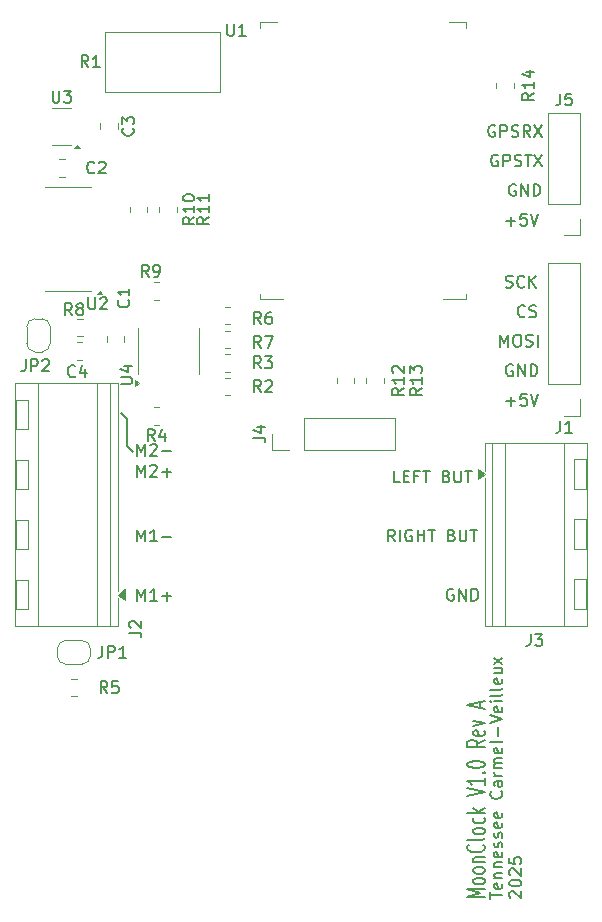
<source format=gto>
%TF.GenerationSoftware,KiCad,Pcbnew,9.0.2-rc1*%
%TF.CreationDate,2025-04-26T18:26:20-04:00*%
%TF.ProjectId,moonclock,6d6f6f6e-636c-46f6-936b-2e6b69636164,rev?*%
%TF.SameCoordinates,PX7088980PY3920060*%
%TF.FileFunction,Legend,Top*%
%TF.FilePolarity,Positive*%
%FSLAX46Y46*%
G04 Gerber Fmt 4.6, Leading zero omitted, Abs format (unit mm)*
G04 Created by KiCad (PCBNEW 9.0.2-rc1) date 2025-04-26 18:26:20*
%MOMM*%
%LPD*%
G01*
G04 APERTURE LIST*
%ADD10C,0.200000*%
%ADD11C,0.120000*%
%ADD12C,0.100000*%
G04 APERTURE END LIST*
D10*
X10250000Y-36250000D02*
X10250000Y-34000000D01*
X10750000Y-36750000D02*
X10250000Y-36250000D01*
X10250000Y-34000000D02*
X9750000Y-33500000D01*
X37893482Y-48414838D02*
X37798244Y-48367219D01*
X37798244Y-48367219D02*
X37655387Y-48367219D01*
X37655387Y-48367219D02*
X37512530Y-48414838D01*
X37512530Y-48414838D02*
X37417292Y-48510076D01*
X37417292Y-48510076D02*
X37369673Y-48605314D01*
X37369673Y-48605314D02*
X37322054Y-48795790D01*
X37322054Y-48795790D02*
X37322054Y-48938647D01*
X37322054Y-48938647D02*
X37369673Y-49129123D01*
X37369673Y-49129123D02*
X37417292Y-49224361D01*
X37417292Y-49224361D02*
X37512530Y-49319600D01*
X37512530Y-49319600D02*
X37655387Y-49367219D01*
X37655387Y-49367219D02*
X37750625Y-49367219D01*
X37750625Y-49367219D02*
X37893482Y-49319600D01*
X37893482Y-49319600D02*
X37941101Y-49271980D01*
X37941101Y-49271980D02*
X37941101Y-48938647D01*
X37941101Y-48938647D02*
X37750625Y-48938647D01*
X38369673Y-49367219D02*
X38369673Y-48367219D01*
X38369673Y-48367219D02*
X38941101Y-49367219D01*
X38941101Y-49367219D02*
X38941101Y-48367219D01*
X39417292Y-49367219D02*
X39417292Y-48367219D01*
X39417292Y-48367219D02*
X39655387Y-48367219D01*
X39655387Y-48367219D02*
X39798244Y-48414838D01*
X39798244Y-48414838D02*
X39893482Y-48510076D01*
X39893482Y-48510076D02*
X39941101Y-48605314D01*
X39941101Y-48605314D02*
X39988720Y-48795790D01*
X39988720Y-48795790D02*
X39988720Y-48938647D01*
X39988720Y-48938647D02*
X39941101Y-49129123D01*
X39941101Y-49129123D02*
X39893482Y-49224361D01*
X39893482Y-49224361D02*
X39798244Y-49319600D01*
X39798244Y-49319600D02*
X39655387Y-49367219D01*
X39655387Y-49367219D02*
X39417292Y-49367219D01*
X33345863Y-39367219D02*
X32869673Y-39367219D01*
X32869673Y-39367219D02*
X32869673Y-38367219D01*
X33679197Y-38843409D02*
X34012530Y-38843409D01*
X34155387Y-39367219D02*
X33679197Y-39367219D01*
X33679197Y-39367219D02*
X33679197Y-38367219D01*
X33679197Y-38367219D02*
X34155387Y-38367219D01*
X34917292Y-38843409D02*
X34583959Y-38843409D01*
X34583959Y-39367219D02*
X34583959Y-38367219D01*
X34583959Y-38367219D02*
X35060149Y-38367219D01*
X35298245Y-38367219D02*
X35869673Y-38367219D01*
X35583959Y-39367219D02*
X35583959Y-38367219D01*
X37298245Y-38843409D02*
X37441102Y-38891028D01*
X37441102Y-38891028D02*
X37488721Y-38938647D01*
X37488721Y-38938647D02*
X37536340Y-39033885D01*
X37536340Y-39033885D02*
X37536340Y-39176742D01*
X37536340Y-39176742D02*
X37488721Y-39271980D01*
X37488721Y-39271980D02*
X37441102Y-39319600D01*
X37441102Y-39319600D02*
X37345864Y-39367219D01*
X37345864Y-39367219D02*
X36964912Y-39367219D01*
X36964912Y-39367219D02*
X36964912Y-38367219D01*
X36964912Y-38367219D02*
X37298245Y-38367219D01*
X37298245Y-38367219D02*
X37393483Y-38414838D01*
X37393483Y-38414838D02*
X37441102Y-38462457D01*
X37441102Y-38462457D02*
X37488721Y-38557695D01*
X37488721Y-38557695D02*
X37488721Y-38652933D01*
X37488721Y-38652933D02*
X37441102Y-38748171D01*
X37441102Y-38748171D02*
X37393483Y-38795790D01*
X37393483Y-38795790D02*
X37298245Y-38843409D01*
X37298245Y-38843409D02*
X36964912Y-38843409D01*
X37964912Y-38367219D02*
X37964912Y-39176742D01*
X37964912Y-39176742D02*
X38012531Y-39271980D01*
X38012531Y-39271980D02*
X38060150Y-39319600D01*
X38060150Y-39319600D02*
X38155388Y-39367219D01*
X38155388Y-39367219D02*
X38345864Y-39367219D01*
X38345864Y-39367219D02*
X38441102Y-39319600D01*
X38441102Y-39319600D02*
X38488721Y-39271980D01*
X38488721Y-39271980D02*
X38536340Y-39176742D01*
X38536340Y-39176742D02*
X38536340Y-38367219D01*
X38869674Y-38367219D02*
X39441102Y-38367219D01*
X39155388Y-39367219D02*
X39155388Y-38367219D01*
X41869673Y-27867219D02*
X41869673Y-26867219D01*
X41869673Y-26867219D02*
X42203006Y-27581504D01*
X42203006Y-27581504D02*
X42536339Y-26867219D01*
X42536339Y-26867219D02*
X42536339Y-27867219D01*
X43203006Y-26867219D02*
X43393482Y-26867219D01*
X43393482Y-26867219D02*
X43488720Y-26914838D01*
X43488720Y-26914838D02*
X43583958Y-27010076D01*
X43583958Y-27010076D02*
X43631577Y-27200552D01*
X43631577Y-27200552D02*
X43631577Y-27533885D01*
X43631577Y-27533885D02*
X43583958Y-27724361D01*
X43583958Y-27724361D02*
X43488720Y-27819600D01*
X43488720Y-27819600D02*
X43393482Y-27867219D01*
X43393482Y-27867219D02*
X43203006Y-27867219D01*
X43203006Y-27867219D02*
X43107768Y-27819600D01*
X43107768Y-27819600D02*
X43012530Y-27724361D01*
X43012530Y-27724361D02*
X42964911Y-27533885D01*
X42964911Y-27533885D02*
X42964911Y-27200552D01*
X42964911Y-27200552D02*
X43012530Y-27010076D01*
X43012530Y-27010076D02*
X43107768Y-26914838D01*
X43107768Y-26914838D02*
X43203006Y-26867219D01*
X44012530Y-27819600D02*
X44155387Y-27867219D01*
X44155387Y-27867219D02*
X44393482Y-27867219D01*
X44393482Y-27867219D02*
X44488720Y-27819600D01*
X44488720Y-27819600D02*
X44536339Y-27771980D01*
X44536339Y-27771980D02*
X44583958Y-27676742D01*
X44583958Y-27676742D02*
X44583958Y-27581504D01*
X44583958Y-27581504D02*
X44536339Y-27486266D01*
X44536339Y-27486266D02*
X44488720Y-27438647D01*
X44488720Y-27438647D02*
X44393482Y-27391028D01*
X44393482Y-27391028D02*
X44203006Y-27343409D01*
X44203006Y-27343409D02*
X44107768Y-27295790D01*
X44107768Y-27295790D02*
X44060149Y-27248171D01*
X44060149Y-27248171D02*
X44012530Y-27152933D01*
X44012530Y-27152933D02*
X44012530Y-27057695D01*
X44012530Y-27057695D02*
X44060149Y-26962457D01*
X44060149Y-26962457D02*
X44107768Y-26914838D01*
X44107768Y-26914838D02*
X44203006Y-26867219D01*
X44203006Y-26867219D02*
X44441101Y-26867219D01*
X44441101Y-26867219D02*
X44583958Y-26914838D01*
X45012530Y-27867219D02*
X45012530Y-26867219D01*
X42893482Y-29414838D02*
X42798244Y-29367219D01*
X42798244Y-29367219D02*
X42655387Y-29367219D01*
X42655387Y-29367219D02*
X42512530Y-29414838D01*
X42512530Y-29414838D02*
X42417292Y-29510076D01*
X42417292Y-29510076D02*
X42369673Y-29605314D01*
X42369673Y-29605314D02*
X42322054Y-29795790D01*
X42322054Y-29795790D02*
X42322054Y-29938647D01*
X42322054Y-29938647D02*
X42369673Y-30129123D01*
X42369673Y-30129123D02*
X42417292Y-30224361D01*
X42417292Y-30224361D02*
X42512530Y-30319600D01*
X42512530Y-30319600D02*
X42655387Y-30367219D01*
X42655387Y-30367219D02*
X42750625Y-30367219D01*
X42750625Y-30367219D02*
X42893482Y-30319600D01*
X42893482Y-30319600D02*
X42941101Y-30271980D01*
X42941101Y-30271980D02*
X42941101Y-29938647D01*
X42941101Y-29938647D02*
X42750625Y-29938647D01*
X43369673Y-30367219D02*
X43369673Y-29367219D01*
X43369673Y-29367219D02*
X43941101Y-30367219D01*
X43941101Y-30367219D02*
X43941101Y-29367219D01*
X44417292Y-30367219D02*
X44417292Y-29367219D01*
X44417292Y-29367219D02*
X44655387Y-29367219D01*
X44655387Y-29367219D02*
X44798244Y-29414838D01*
X44798244Y-29414838D02*
X44893482Y-29510076D01*
X44893482Y-29510076D02*
X44941101Y-29605314D01*
X44941101Y-29605314D02*
X44988720Y-29795790D01*
X44988720Y-29795790D02*
X44988720Y-29938647D01*
X44988720Y-29938647D02*
X44941101Y-30129123D01*
X44941101Y-30129123D02*
X44893482Y-30224361D01*
X44893482Y-30224361D02*
X44798244Y-30319600D01*
X44798244Y-30319600D02*
X44655387Y-30367219D01*
X44655387Y-30367219D02*
X44417292Y-30367219D01*
X42369673Y-32486266D02*
X43131578Y-32486266D01*
X42750625Y-32867219D02*
X42750625Y-32105314D01*
X44083958Y-31867219D02*
X43607768Y-31867219D01*
X43607768Y-31867219D02*
X43560149Y-32343409D01*
X43560149Y-32343409D02*
X43607768Y-32295790D01*
X43607768Y-32295790D02*
X43703006Y-32248171D01*
X43703006Y-32248171D02*
X43941101Y-32248171D01*
X43941101Y-32248171D02*
X44036339Y-32295790D01*
X44036339Y-32295790D02*
X44083958Y-32343409D01*
X44083958Y-32343409D02*
X44131577Y-32438647D01*
X44131577Y-32438647D02*
X44131577Y-32676742D01*
X44131577Y-32676742D02*
X44083958Y-32771980D01*
X44083958Y-32771980D02*
X44036339Y-32819600D01*
X44036339Y-32819600D02*
X43941101Y-32867219D01*
X43941101Y-32867219D02*
X43703006Y-32867219D01*
X43703006Y-32867219D02*
X43607768Y-32819600D01*
X43607768Y-32819600D02*
X43560149Y-32771980D01*
X44417292Y-31867219D02*
X44750625Y-32867219D01*
X44750625Y-32867219D02*
X45083958Y-31867219D01*
X32941101Y-44367219D02*
X32607768Y-43891028D01*
X32369673Y-44367219D02*
X32369673Y-43367219D01*
X32369673Y-43367219D02*
X32750625Y-43367219D01*
X32750625Y-43367219D02*
X32845863Y-43414838D01*
X32845863Y-43414838D02*
X32893482Y-43462457D01*
X32893482Y-43462457D02*
X32941101Y-43557695D01*
X32941101Y-43557695D02*
X32941101Y-43700552D01*
X32941101Y-43700552D02*
X32893482Y-43795790D01*
X32893482Y-43795790D02*
X32845863Y-43843409D01*
X32845863Y-43843409D02*
X32750625Y-43891028D01*
X32750625Y-43891028D02*
X32369673Y-43891028D01*
X33369673Y-44367219D02*
X33369673Y-43367219D01*
X34369672Y-43414838D02*
X34274434Y-43367219D01*
X34274434Y-43367219D02*
X34131577Y-43367219D01*
X34131577Y-43367219D02*
X33988720Y-43414838D01*
X33988720Y-43414838D02*
X33893482Y-43510076D01*
X33893482Y-43510076D02*
X33845863Y-43605314D01*
X33845863Y-43605314D02*
X33798244Y-43795790D01*
X33798244Y-43795790D02*
X33798244Y-43938647D01*
X33798244Y-43938647D02*
X33845863Y-44129123D01*
X33845863Y-44129123D02*
X33893482Y-44224361D01*
X33893482Y-44224361D02*
X33988720Y-44319600D01*
X33988720Y-44319600D02*
X34131577Y-44367219D01*
X34131577Y-44367219D02*
X34226815Y-44367219D01*
X34226815Y-44367219D02*
X34369672Y-44319600D01*
X34369672Y-44319600D02*
X34417291Y-44271980D01*
X34417291Y-44271980D02*
X34417291Y-43938647D01*
X34417291Y-43938647D02*
X34226815Y-43938647D01*
X34845863Y-44367219D02*
X34845863Y-43367219D01*
X34845863Y-43843409D02*
X35417291Y-43843409D01*
X35417291Y-44367219D02*
X35417291Y-43367219D01*
X35750625Y-43367219D02*
X36322053Y-43367219D01*
X36036339Y-44367219D02*
X36036339Y-43367219D01*
X37750625Y-43843409D02*
X37893482Y-43891028D01*
X37893482Y-43891028D02*
X37941101Y-43938647D01*
X37941101Y-43938647D02*
X37988720Y-44033885D01*
X37988720Y-44033885D02*
X37988720Y-44176742D01*
X37988720Y-44176742D02*
X37941101Y-44271980D01*
X37941101Y-44271980D02*
X37893482Y-44319600D01*
X37893482Y-44319600D02*
X37798244Y-44367219D01*
X37798244Y-44367219D02*
X37417292Y-44367219D01*
X37417292Y-44367219D02*
X37417292Y-43367219D01*
X37417292Y-43367219D02*
X37750625Y-43367219D01*
X37750625Y-43367219D02*
X37845863Y-43414838D01*
X37845863Y-43414838D02*
X37893482Y-43462457D01*
X37893482Y-43462457D02*
X37941101Y-43557695D01*
X37941101Y-43557695D02*
X37941101Y-43652933D01*
X37941101Y-43652933D02*
X37893482Y-43748171D01*
X37893482Y-43748171D02*
X37845863Y-43795790D01*
X37845863Y-43795790D02*
X37750625Y-43843409D01*
X37750625Y-43843409D02*
X37417292Y-43843409D01*
X38417292Y-43367219D02*
X38417292Y-44176742D01*
X38417292Y-44176742D02*
X38464911Y-44271980D01*
X38464911Y-44271980D02*
X38512530Y-44319600D01*
X38512530Y-44319600D02*
X38607768Y-44367219D01*
X38607768Y-44367219D02*
X38798244Y-44367219D01*
X38798244Y-44367219D02*
X38893482Y-44319600D01*
X38893482Y-44319600D02*
X38941101Y-44271980D01*
X38941101Y-44271980D02*
X38988720Y-44176742D01*
X38988720Y-44176742D02*
X38988720Y-43367219D01*
X39322054Y-43367219D02*
X39893482Y-43367219D01*
X39607768Y-44367219D02*
X39607768Y-43367219D01*
X43143482Y-14164838D02*
X43048244Y-14117219D01*
X43048244Y-14117219D02*
X42905387Y-14117219D01*
X42905387Y-14117219D02*
X42762530Y-14164838D01*
X42762530Y-14164838D02*
X42667292Y-14260076D01*
X42667292Y-14260076D02*
X42619673Y-14355314D01*
X42619673Y-14355314D02*
X42572054Y-14545790D01*
X42572054Y-14545790D02*
X42572054Y-14688647D01*
X42572054Y-14688647D02*
X42619673Y-14879123D01*
X42619673Y-14879123D02*
X42667292Y-14974361D01*
X42667292Y-14974361D02*
X42762530Y-15069600D01*
X42762530Y-15069600D02*
X42905387Y-15117219D01*
X42905387Y-15117219D02*
X43000625Y-15117219D01*
X43000625Y-15117219D02*
X43143482Y-15069600D01*
X43143482Y-15069600D02*
X43191101Y-15021980D01*
X43191101Y-15021980D02*
X43191101Y-14688647D01*
X43191101Y-14688647D02*
X43000625Y-14688647D01*
X43619673Y-15117219D02*
X43619673Y-14117219D01*
X43619673Y-14117219D02*
X44191101Y-15117219D01*
X44191101Y-15117219D02*
X44191101Y-14117219D01*
X44667292Y-15117219D02*
X44667292Y-14117219D01*
X44667292Y-14117219D02*
X44905387Y-14117219D01*
X44905387Y-14117219D02*
X45048244Y-14164838D01*
X45048244Y-14164838D02*
X45143482Y-14260076D01*
X45143482Y-14260076D02*
X45191101Y-14355314D01*
X45191101Y-14355314D02*
X45238720Y-14545790D01*
X45238720Y-14545790D02*
X45238720Y-14688647D01*
X45238720Y-14688647D02*
X45191101Y-14879123D01*
X45191101Y-14879123D02*
X45143482Y-14974361D01*
X45143482Y-14974361D02*
X45048244Y-15069600D01*
X45048244Y-15069600D02*
X44905387Y-15117219D01*
X44905387Y-15117219D02*
X44667292Y-15117219D01*
X43941101Y-25271980D02*
X43893482Y-25319600D01*
X43893482Y-25319600D02*
X43750625Y-25367219D01*
X43750625Y-25367219D02*
X43655387Y-25367219D01*
X43655387Y-25367219D02*
X43512530Y-25319600D01*
X43512530Y-25319600D02*
X43417292Y-25224361D01*
X43417292Y-25224361D02*
X43369673Y-25129123D01*
X43369673Y-25129123D02*
X43322054Y-24938647D01*
X43322054Y-24938647D02*
X43322054Y-24795790D01*
X43322054Y-24795790D02*
X43369673Y-24605314D01*
X43369673Y-24605314D02*
X43417292Y-24510076D01*
X43417292Y-24510076D02*
X43512530Y-24414838D01*
X43512530Y-24414838D02*
X43655387Y-24367219D01*
X43655387Y-24367219D02*
X43750625Y-24367219D01*
X43750625Y-24367219D02*
X43893482Y-24414838D01*
X43893482Y-24414838D02*
X43941101Y-24462457D01*
X44322054Y-25319600D02*
X44464911Y-25367219D01*
X44464911Y-25367219D02*
X44703006Y-25367219D01*
X44703006Y-25367219D02*
X44798244Y-25319600D01*
X44798244Y-25319600D02*
X44845863Y-25271980D01*
X44845863Y-25271980D02*
X44893482Y-25176742D01*
X44893482Y-25176742D02*
X44893482Y-25081504D01*
X44893482Y-25081504D02*
X44845863Y-24986266D01*
X44845863Y-24986266D02*
X44798244Y-24938647D01*
X44798244Y-24938647D02*
X44703006Y-24891028D01*
X44703006Y-24891028D02*
X44512530Y-24843409D01*
X44512530Y-24843409D02*
X44417292Y-24795790D01*
X44417292Y-24795790D02*
X44369673Y-24748171D01*
X44369673Y-24748171D02*
X44322054Y-24652933D01*
X44322054Y-24652933D02*
X44322054Y-24557695D01*
X44322054Y-24557695D02*
X44369673Y-24462457D01*
X44369673Y-24462457D02*
X44417292Y-24414838D01*
X44417292Y-24414838D02*
X44512530Y-24367219D01*
X44512530Y-24367219D02*
X44750625Y-24367219D01*
X44750625Y-24367219D02*
X44893482Y-24414838D01*
X42369673Y-17236266D02*
X43131578Y-17236266D01*
X42750625Y-17617219D02*
X42750625Y-16855314D01*
X44083958Y-16617219D02*
X43607768Y-16617219D01*
X43607768Y-16617219D02*
X43560149Y-17093409D01*
X43560149Y-17093409D02*
X43607768Y-17045790D01*
X43607768Y-17045790D02*
X43703006Y-16998171D01*
X43703006Y-16998171D02*
X43941101Y-16998171D01*
X43941101Y-16998171D02*
X44036339Y-17045790D01*
X44036339Y-17045790D02*
X44083958Y-17093409D01*
X44083958Y-17093409D02*
X44131577Y-17188647D01*
X44131577Y-17188647D02*
X44131577Y-17426742D01*
X44131577Y-17426742D02*
X44083958Y-17521980D01*
X44083958Y-17521980D02*
X44036339Y-17569600D01*
X44036339Y-17569600D02*
X43941101Y-17617219D01*
X43941101Y-17617219D02*
X43703006Y-17617219D01*
X43703006Y-17617219D02*
X43607768Y-17569600D01*
X43607768Y-17569600D02*
X43560149Y-17521980D01*
X44417292Y-16617219D02*
X44750625Y-17617219D01*
X44750625Y-17617219D02*
X45083958Y-16617219D01*
X41643482Y-11664838D02*
X41548244Y-11617219D01*
X41548244Y-11617219D02*
X41405387Y-11617219D01*
X41405387Y-11617219D02*
X41262530Y-11664838D01*
X41262530Y-11664838D02*
X41167292Y-11760076D01*
X41167292Y-11760076D02*
X41119673Y-11855314D01*
X41119673Y-11855314D02*
X41072054Y-12045790D01*
X41072054Y-12045790D02*
X41072054Y-12188647D01*
X41072054Y-12188647D02*
X41119673Y-12379123D01*
X41119673Y-12379123D02*
X41167292Y-12474361D01*
X41167292Y-12474361D02*
X41262530Y-12569600D01*
X41262530Y-12569600D02*
X41405387Y-12617219D01*
X41405387Y-12617219D02*
X41500625Y-12617219D01*
X41500625Y-12617219D02*
X41643482Y-12569600D01*
X41643482Y-12569600D02*
X41691101Y-12521980D01*
X41691101Y-12521980D02*
X41691101Y-12188647D01*
X41691101Y-12188647D02*
X41500625Y-12188647D01*
X42119673Y-12617219D02*
X42119673Y-11617219D01*
X42119673Y-11617219D02*
X42500625Y-11617219D01*
X42500625Y-11617219D02*
X42595863Y-11664838D01*
X42595863Y-11664838D02*
X42643482Y-11712457D01*
X42643482Y-11712457D02*
X42691101Y-11807695D01*
X42691101Y-11807695D02*
X42691101Y-11950552D01*
X42691101Y-11950552D02*
X42643482Y-12045790D01*
X42643482Y-12045790D02*
X42595863Y-12093409D01*
X42595863Y-12093409D02*
X42500625Y-12141028D01*
X42500625Y-12141028D02*
X42119673Y-12141028D01*
X43072054Y-12569600D02*
X43214911Y-12617219D01*
X43214911Y-12617219D02*
X43453006Y-12617219D01*
X43453006Y-12617219D02*
X43548244Y-12569600D01*
X43548244Y-12569600D02*
X43595863Y-12521980D01*
X43595863Y-12521980D02*
X43643482Y-12426742D01*
X43643482Y-12426742D02*
X43643482Y-12331504D01*
X43643482Y-12331504D02*
X43595863Y-12236266D01*
X43595863Y-12236266D02*
X43548244Y-12188647D01*
X43548244Y-12188647D02*
X43453006Y-12141028D01*
X43453006Y-12141028D02*
X43262530Y-12093409D01*
X43262530Y-12093409D02*
X43167292Y-12045790D01*
X43167292Y-12045790D02*
X43119673Y-11998171D01*
X43119673Y-11998171D02*
X43072054Y-11902933D01*
X43072054Y-11902933D02*
X43072054Y-11807695D01*
X43072054Y-11807695D02*
X43119673Y-11712457D01*
X43119673Y-11712457D02*
X43167292Y-11664838D01*
X43167292Y-11664838D02*
X43262530Y-11617219D01*
X43262530Y-11617219D02*
X43500625Y-11617219D01*
X43500625Y-11617219D02*
X43643482Y-11664838D01*
X43929197Y-11617219D02*
X44500625Y-11617219D01*
X44214911Y-12617219D02*
X44214911Y-11617219D01*
X44738721Y-11617219D02*
X45405387Y-12617219D01*
X45405387Y-11617219D02*
X44738721Y-12617219D01*
X41393482Y-9164838D02*
X41298244Y-9117219D01*
X41298244Y-9117219D02*
X41155387Y-9117219D01*
X41155387Y-9117219D02*
X41012530Y-9164838D01*
X41012530Y-9164838D02*
X40917292Y-9260076D01*
X40917292Y-9260076D02*
X40869673Y-9355314D01*
X40869673Y-9355314D02*
X40822054Y-9545790D01*
X40822054Y-9545790D02*
X40822054Y-9688647D01*
X40822054Y-9688647D02*
X40869673Y-9879123D01*
X40869673Y-9879123D02*
X40917292Y-9974361D01*
X40917292Y-9974361D02*
X41012530Y-10069600D01*
X41012530Y-10069600D02*
X41155387Y-10117219D01*
X41155387Y-10117219D02*
X41250625Y-10117219D01*
X41250625Y-10117219D02*
X41393482Y-10069600D01*
X41393482Y-10069600D02*
X41441101Y-10021980D01*
X41441101Y-10021980D02*
X41441101Y-9688647D01*
X41441101Y-9688647D02*
X41250625Y-9688647D01*
X41869673Y-10117219D02*
X41869673Y-9117219D01*
X41869673Y-9117219D02*
X42250625Y-9117219D01*
X42250625Y-9117219D02*
X42345863Y-9164838D01*
X42345863Y-9164838D02*
X42393482Y-9212457D01*
X42393482Y-9212457D02*
X42441101Y-9307695D01*
X42441101Y-9307695D02*
X42441101Y-9450552D01*
X42441101Y-9450552D02*
X42393482Y-9545790D01*
X42393482Y-9545790D02*
X42345863Y-9593409D01*
X42345863Y-9593409D02*
X42250625Y-9641028D01*
X42250625Y-9641028D02*
X41869673Y-9641028D01*
X42822054Y-10069600D02*
X42964911Y-10117219D01*
X42964911Y-10117219D02*
X43203006Y-10117219D01*
X43203006Y-10117219D02*
X43298244Y-10069600D01*
X43298244Y-10069600D02*
X43345863Y-10021980D01*
X43345863Y-10021980D02*
X43393482Y-9926742D01*
X43393482Y-9926742D02*
X43393482Y-9831504D01*
X43393482Y-9831504D02*
X43345863Y-9736266D01*
X43345863Y-9736266D02*
X43298244Y-9688647D01*
X43298244Y-9688647D02*
X43203006Y-9641028D01*
X43203006Y-9641028D02*
X43012530Y-9593409D01*
X43012530Y-9593409D02*
X42917292Y-9545790D01*
X42917292Y-9545790D02*
X42869673Y-9498171D01*
X42869673Y-9498171D02*
X42822054Y-9402933D01*
X42822054Y-9402933D02*
X42822054Y-9307695D01*
X42822054Y-9307695D02*
X42869673Y-9212457D01*
X42869673Y-9212457D02*
X42917292Y-9164838D01*
X42917292Y-9164838D02*
X43012530Y-9117219D01*
X43012530Y-9117219D02*
X43250625Y-9117219D01*
X43250625Y-9117219D02*
X43393482Y-9164838D01*
X44393482Y-10117219D02*
X44060149Y-9641028D01*
X43822054Y-10117219D02*
X43822054Y-9117219D01*
X43822054Y-9117219D02*
X44203006Y-9117219D01*
X44203006Y-9117219D02*
X44298244Y-9164838D01*
X44298244Y-9164838D02*
X44345863Y-9212457D01*
X44345863Y-9212457D02*
X44393482Y-9307695D01*
X44393482Y-9307695D02*
X44393482Y-9450552D01*
X44393482Y-9450552D02*
X44345863Y-9545790D01*
X44345863Y-9545790D02*
X44298244Y-9593409D01*
X44298244Y-9593409D02*
X44203006Y-9641028D01*
X44203006Y-9641028D02*
X43822054Y-9641028D01*
X44726816Y-9117219D02*
X45393482Y-10117219D01*
X45393482Y-9117219D02*
X44726816Y-10117219D01*
X42322054Y-22819600D02*
X42464911Y-22867219D01*
X42464911Y-22867219D02*
X42703006Y-22867219D01*
X42703006Y-22867219D02*
X42798244Y-22819600D01*
X42798244Y-22819600D02*
X42845863Y-22771980D01*
X42845863Y-22771980D02*
X42893482Y-22676742D01*
X42893482Y-22676742D02*
X42893482Y-22581504D01*
X42893482Y-22581504D02*
X42845863Y-22486266D01*
X42845863Y-22486266D02*
X42798244Y-22438647D01*
X42798244Y-22438647D02*
X42703006Y-22391028D01*
X42703006Y-22391028D02*
X42512530Y-22343409D01*
X42512530Y-22343409D02*
X42417292Y-22295790D01*
X42417292Y-22295790D02*
X42369673Y-22248171D01*
X42369673Y-22248171D02*
X42322054Y-22152933D01*
X42322054Y-22152933D02*
X42322054Y-22057695D01*
X42322054Y-22057695D02*
X42369673Y-21962457D01*
X42369673Y-21962457D02*
X42417292Y-21914838D01*
X42417292Y-21914838D02*
X42512530Y-21867219D01*
X42512530Y-21867219D02*
X42750625Y-21867219D01*
X42750625Y-21867219D02*
X42893482Y-21914838D01*
X43893482Y-22771980D02*
X43845863Y-22819600D01*
X43845863Y-22819600D02*
X43703006Y-22867219D01*
X43703006Y-22867219D02*
X43607768Y-22867219D01*
X43607768Y-22867219D02*
X43464911Y-22819600D01*
X43464911Y-22819600D02*
X43369673Y-22724361D01*
X43369673Y-22724361D02*
X43322054Y-22629123D01*
X43322054Y-22629123D02*
X43274435Y-22438647D01*
X43274435Y-22438647D02*
X43274435Y-22295790D01*
X43274435Y-22295790D02*
X43322054Y-22105314D01*
X43322054Y-22105314D02*
X43369673Y-22010076D01*
X43369673Y-22010076D02*
X43464911Y-21914838D01*
X43464911Y-21914838D02*
X43607768Y-21867219D01*
X43607768Y-21867219D02*
X43703006Y-21867219D01*
X43703006Y-21867219D02*
X43845863Y-21914838D01*
X43845863Y-21914838D02*
X43893482Y-21962457D01*
X44322054Y-22867219D02*
X44322054Y-21867219D01*
X44893482Y-22867219D02*
X44464911Y-22295790D01*
X44893482Y-21867219D02*
X44322054Y-22438647D01*
X11119673Y-37117219D02*
X11119673Y-36117219D01*
X11119673Y-36117219D02*
X11453006Y-36831504D01*
X11453006Y-36831504D02*
X11786339Y-36117219D01*
X11786339Y-36117219D02*
X11786339Y-37117219D01*
X12214911Y-36212457D02*
X12262530Y-36164838D01*
X12262530Y-36164838D02*
X12357768Y-36117219D01*
X12357768Y-36117219D02*
X12595863Y-36117219D01*
X12595863Y-36117219D02*
X12691101Y-36164838D01*
X12691101Y-36164838D02*
X12738720Y-36212457D01*
X12738720Y-36212457D02*
X12786339Y-36307695D01*
X12786339Y-36307695D02*
X12786339Y-36402933D01*
X12786339Y-36402933D02*
X12738720Y-36545790D01*
X12738720Y-36545790D02*
X12167292Y-37117219D01*
X12167292Y-37117219D02*
X12786339Y-37117219D01*
X13214911Y-36736266D02*
X13976816Y-36736266D01*
X11119673Y-44367219D02*
X11119673Y-43367219D01*
X11119673Y-43367219D02*
X11453006Y-44081504D01*
X11453006Y-44081504D02*
X11786339Y-43367219D01*
X11786339Y-43367219D02*
X11786339Y-44367219D01*
X12786339Y-44367219D02*
X12214911Y-44367219D01*
X12500625Y-44367219D02*
X12500625Y-43367219D01*
X12500625Y-43367219D02*
X12405387Y-43510076D01*
X12405387Y-43510076D02*
X12310149Y-43605314D01*
X12310149Y-43605314D02*
X12214911Y-43652933D01*
X13214911Y-43986266D02*
X13976816Y-43986266D01*
X11119673Y-38867219D02*
X11119673Y-37867219D01*
X11119673Y-37867219D02*
X11453006Y-38581504D01*
X11453006Y-38581504D02*
X11786339Y-37867219D01*
X11786339Y-37867219D02*
X11786339Y-38867219D01*
X12214911Y-37962457D02*
X12262530Y-37914838D01*
X12262530Y-37914838D02*
X12357768Y-37867219D01*
X12357768Y-37867219D02*
X12595863Y-37867219D01*
X12595863Y-37867219D02*
X12691101Y-37914838D01*
X12691101Y-37914838D02*
X12738720Y-37962457D01*
X12738720Y-37962457D02*
X12786339Y-38057695D01*
X12786339Y-38057695D02*
X12786339Y-38152933D01*
X12786339Y-38152933D02*
X12738720Y-38295790D01*
X12738720Y-38295790D02*
X12167292Y-38867219D01*
X12167292Y-38867219D02*
X12786339Y-38867219D01*
X13214911Y-38486266D02*
X13976816Y-38486266D01*
X13595863Y-38867219D02*
X13595863Y-38105314D01*
X11119673Y-49367219D02*
X11119673Y-48367219D01*
X11119673Y-48367219D02*
X11453006Y-49081504D01*
X11453006Y-49081504D02*
X11786339Y-48367219D01*
X11786339Y-48367219D02*
X11786339Y-49367219D01*
X12786339Y-49367219D02*
X12214911Y-49367219D01*
X12500625Y-49367219D02*
X12500625Y-48367219D01*
X12500625Y-48367219D02*
X12405387Y-48510076D01*
X12405387Y-48510076D02*
X12310149Y-48605314D01*
X12310149Y-48605314D02*
X12214911Y-48652933D01*
X13214911Y-48986266D02*
X13976816Y-48986266D01*
X13595863Y-49367219D02*
X13595863Y-48605314D01*
X40556028Y-74480326D02*
X39056028Y-74480326D01*
X39056028Y-74480326D02*
X40127457Y-74146993D01*
X40127457Y-74146993D02*
X39056028Y-73813660D01*
X39056028Y-73813660D02*
X40556028Y-73813660D01*
X40556028Y-73194612D02*
X40484600Y-73289850D01*
X40484600Y-73289850D02*
X40413171Y-73337469D01*
X40413171Y-73337469D02*
X40270314Y-73385088D01*
X40270314Y-73385088D02*
X39841742Y-73385088D01*
X39841742Y-73385088D02*
X39698885Y-73337469D01*
X39698885Y-73337469D02*
X39627457Y-73289850D01*
X39627457Y-73289850D02*
X39556028Y-73194612D01*
X39556028Y-73194612D02*
X39556028Y-73051755D01*
X39556028Y-73051755D02*
X39627457Y-72956517D01*
X39627457Y-72956517D02*
X39698885Y-72908898D01*
X39698885Y-72908898D02*
X39841742Y-72861279D01*
X39841742Y-72861279D02*
X40270314Y-72861279D01*
X40270314Y-72861279D02*
X40413171Y-72908898D01*
X40413171Y-72908898D02*
X40484600Y-72956517D01*
X40484600Y-72956517D02*
X40556028Y-73051755D01*
X40556028Y-73051755D02*
X40556028Y-73194612D01*
X40556028Y-72289850D02*
X40484600Y-72385088D01*
X40484600Y-72385088D02*
X40413171Y-72432707D01*
X40413171Y-72432707D02*
X40270314Y-72480326D01*
X40270314Y-72480326D02*
X39841742Y-72480326D01*
X39841742Y-72480326D02*
X39698885Y-72432707D01*
X39698885Y-72432707D02*
X39627457Y-72385088D01*
X39627457Y-72385088D02*
X39556028Y-72289850D01*
X39556028Y-72289850D02*
X39556028Y-72146993D01*
X39556028Y-72146993D02*
X39627457Y-72051755D01*
X39627457Y-72051755D02*
X39698885Y-72004136D01*
X39698885Y-72004136D02*
X39841742Y-71956517D01*
X39841742Y-71956517D02*
X40270314Y-71956517D01*
X40270314Y-71956517D02*
X40413171Y-72004136D01*
X40413171Y-72004136D02*
X40484600Y-72051755D01*
X40484600Y-72051755D02*
X40556028Y-72146993D01*
X40556028Y-72146993D02*
X40556028Y-72289850D01*
X39556028Y-71527945D02*
X40556028Y-71527945D01*
X39698885Y-71527945D02*
X39627457Y-71480326D01*
X39627457Y-71480326D02*
X39556028Y-71385088D01*
X39556028Y-71385088D02*
X39556028Y-71242231D01*
X39556028Y-71242231D02*
X39627457Y-71146993D01*
X39627457Y-71146993D02*
X39770314Y-71099374D01*
X39770314Y-71099374D02*
X40556028Y-71099374D01*
X40413171Y-70051755D02*
X40484600Y-70099374D01*
X40484600Y-70099374D02*
X40556028Y-70242231D01*
X40556028Y-70242231D02*
X40556028Y-70337469D01*
X40556028Y-70337469D02*
X40484600Y-70480326D01*
X40484600Y-70480326D02*
X40341742Y-70575564D01*
X40341742Y-70575564D02*
X40198885Y-70623183D01*
X40198885Y-70623183D02*
X39913171Y-70670802D01*
X39913171Y-70670802D02*
X39698885Y-70670802D01*
X39698885Y-70670802D02*
X39413171Y-70623183D01*
X39413171Y-70623183D02*
X39270314Y-70575564D01*
X39270314Y-70575564D02*
X39127457Y-70480326D01*
X39127457Y-70480326D02*
X39056028Y-70337469D01*
X39056028Y-70337469D02*
X39056028Y-70242231D01*
X39056028Y-70242231D02*
X39127457Y-70099374D01*
X39127457Y-70099374D02*
X39198885Y-70051755D01*
X40556028Y-69480326D02*
X40484600Y-69575564D01*
X40484600Y-69575564D02*
X40341742Y-69623183D01*
X40341742Y-69623183D02*
X39056028Y-69623183D01*
X40556028Y-68956516D02*
X40484600Y-69051754D01*
X40484600Y-69051754D02*
X40413171Y-69099373D01*
X40413171Y-69099373D02*
X40270314Y-69146992D01*
X40270314Y-69146992D02*
X39841742Y-69146992D01*
X39841742Y-69146992D02*
X39698885Y-69099373D01*
X39698885Y-69099373D02*
X39627457Y-69051754D01*
X39627457Y-69051754D02*
X39556028Y-68956516D01*
X39556028Y-68956516D02*
X39556028Y-68813659D01*
X39556028Y-68813659D02*
X39627457Y-68718421D01*
X39627457Y-68718421D02*
X39698885Y-68670802D01*
X39698885Y-68670802D02*
X39841742Y-68623183D01*
X39841742Y-68623183D02*
X40270314Y-68623183D01*
X40270314Y-68623183D02*
X40413171Y-68670802D01*
X40413171Y-68670802D02*
X40484600Y-68718421D01*
X40484600Y-68718421D02*
X40556028Y-68813659D01*
X40556028Y-68813659D02*
X40556028Y-68956516D01*
X40484600Y-67766040D02*
X40556028Y-67861278D01*
X40556028Y-67861278D02*
X40556028Y-68051754D01*
X40556028Y-68051754D02*
X40484600Y-68146992D01*
X40484600Y-68146992D02*
X40413171Y-68194611D01*
X40413171Y-68194611D02*
X40270314Y-68242230D01*
X40270314Y-68242230D02*
X39841742Y-68242230D01*
X39841742Y-68242230D02*
X39698885Y-68194611D01*
X39698885Y-68194611D02*
X39627457Y-68146992D01*
X39627457Y-68146992D02*
X39556028Y-68051754D01*
X39556028Y-68051754D02*
X39556028Y-67861278D01*
X39556028Y-67861278D02*
X39627457Y-67766040D01*
X40556028Y-67337468D02*
X39056028Y-67337468D01*
X39984600Y-67242230D02*
X40556028Y-66956516D01*
X39556028Y-66956516D02*
X40127457Y-67337468D01*
X39056028Y-65908896D02*
X40556028Y-65575563D01*
X40556028Y-65575563D02*
X39056028Y-65242230D01*
X40556028Y-64385087D02*
X40556028Y-64956515D01*
X40556028Y-64670801D02*
X39056028Y-64670801D01*
X39056028Y-64670801D02*
X39270314Y-64766039D01*
X39270314Y-64766039D02*
X39413171Y-64861277D01*
X39413171Y-64861277D02*
X39484600Y-64956515D01*
X40413171Y-63956515D02*
X40484600Y-63908896D01*
X40484600Y-63908896D02*
X40556028Y-63956515D01*
X40556028Y-63956515D02*
X40484600Y-64004134D01*
X40484600Y-64004134D02*
X40413171Y-63956515D01*
X40413171Y-63956515D02*
X40556028Y-63956515D01*
X39056028Y-63289849D02*
X39056028Y-63194611D01*
X39056028Y-63194611D02*
X39127457Y-63099373D01*
X39127457Y-63099373D02*
X39198885Y-63051754D01*
X39198885Y-63051754D02*
X39341742Y-63004135D01*
X39341742Y-63004135D02*
X39627457Y-62956516D01*
X39627457Y-62956516D02*
X39984600Y-62956516D01*
X39984600Y-62956516D02*
X40270314Y-63004135D01*
X40270314Y-63004135D02*
X40413171Y-63051754D01*
X40413171Y-63051754D02*
X40484600Y-63099373D01*
X40484600Y-63099373D02*
X40556028Y-63194611D01*
X40556028Y-63194611D02*
X40556028Y-63289849D01*
X40556028Y-63289849D02*
X40484600Y-63385087D01*
X40484600Y-63385087D02*
X40413171Y-63432706D01*
X40413171Y-63432706D02*
X40270314Y-63480325D01*
X40270314Y-63480325D02*
X39984600Y-63527944D01*
X39984600Y-63527944D02*
X39627457Y-63527944D01*
X39627457Y-63527944D02*
X39341742Y-63480325D01*
X39341742Y-63480325D02*
X39198885Y-63432706D01*
X39198885Y-63432706D02*
X39127457Y-63385087D01*
X39127457Y-63385087D02*
X39056028Y-63289849D01*
X40556028Y-61194611D02*
X39841742Y-61527944D01*
X40556028Y-61766039D02*
X39056028Y-61766039D01*
X39056028Y-61766039D02*
X39056028Y-61385087D01*
X39056028Y-61385087D02*
X39127457Y-61289849D01*
X39127457Y-61289849D02*
X39198885Y-61242230D01*
X39198885Y-61242230D02*
X39341742Y-61194611D01*
X39341742Y-61194611D02*
X39556028Y-61194611D01*
X39556028Y-61194611D02*
X39698885Y-61242230D01*
X39698885Y-61242230D02*
X39770314Y-61289849D01*
X39770314Y-61289849D02*
X39841742Y-61385087D01*
X39841742Y-61385087D02*
X39841742Y-61766039D01*
X40484600Y-60385087D02*
X40556028Y-60480325D01*
X40556028Y-60480325D02*
X40556028Y-60670801D01*
X40556028Y-60670801D02*
X40484600Y-60766039D01*
X40484600Y-60766039D02*
X40341742Y-60813658D01*
X40341742Y-60813658D02*
X39770314Y-60813658D01*
X39770314Y-60813658D02*
X39627457Y-60766039D01*
X39627457Y-60766039D02*
X39556028Y-60670801D01*
X39556028Y-60670801D02*
X39556028Y-60480325D01*
X39556028Y-60480325D02*
X39627457Y-60385087D01*
X39627457Y-60385087D02*
X39770314Y-60337468D01*
X39770314Y-60337468D02*
X39913171Y-60337468D01*
X39913171Y-60337468D02*
X40056028Y-60813658D01*
X39556028Y-60004134D02*
X40556028Y-59766039D01*
X40556028Y-59766039D02*
X39556028Y-59527944D01*
X40127457Y-58432705D02*
X40127457Y-57956515D01*
X40556028Y-58527943D02*
X39056028Y-58194610D01*
X39056028Y-58194610D02*
X40556028Y-57861277D01*
X41007275Y-74623183D02*
X41007275Y-74051755D01*
X42007275Y-74337469D02*
X41007275Y-74337469D01*
X41959656Y-73337469D02*
X42007275Y-73432707D01*
X42007275Y-73432707D02*
X42007275Y-73623183D01*
X42007275Y-73623183D02*
X41959656Y-73718421D01*
X41959656Y-73718421D02*
X41864417Y-73766040D01*
X41864417Y-73766040D02*
X41483465Y-73766040D01*
X41483465Y-73766040D02*
X41388227Y-73718421D01*
X41388227Y-73718421D02*
X41340608Y-73623183D01*
X41340608Y-73623183D02*
X41340608Y-73432707D01*
X41340608Y-73432707D02*
X41388227Y-73337469D01*
X41388227Y-73337469D02*
X41483465Y-73289850D01*
X41483465Y-73289850D02*
X41578703Y-73289850D01*
X41578703Y-73289850D02*
X41673941Y-73766040D01*
X41340608Y-72861278D02*
X42007275Y-72861278D01*
X41435846Y-72861278D02*
X41388227Y-72813659D01*
X41388227Y-72813659D02*
X41340608Y-72718421D01*
X41340608Y-72718421D02*
X41340608Y-72575564D01*
X41340608Y-72575564D02*
X41388227Y-72480326D01*
X41388227Y-72480326D02*
X41483465Y-72432707D01*
X41483465Y-72432707D02*
X42007275Y-72432707D01*
X41340608Y-71956516D02*
X42007275Y-71956516D01*
X41435846Y-71956516D02*
X41388227Y-71908897D01*
X41388227Y-71908897D02*
X41340608Y-71813659D01*
X41340608Y-71813659D02*
X41340608Y-71670802D01*
X41340608Y-71670802D02*
X41388227Y-71575564D01*
X41388227Y-71575564D02*
X41483465Y-71527945D01*
X41483465Y-71527945D02*
X42007275Y-71527945D01*
X41959656Y-70670802D02*
X42007275Y-70766040D01*
X42007275Y-70766040D02*
X42007275Y-70956516D01*
X42007275Y-70956516D02*
X41959656Y-71051754D01*
X41959656Y-71051754D02*
X41864417Y-71099373D01*
X41864417Y-71099373D02*
X41483465Y-71099373D01*
X41483465Y-71099373D02*
X41388227Y-71051754D01*
X41388227Y-71051754D02*
X41340608Y-70956516D01*
X41340608Y-70956516D02*
X41340608Y-70766040D01*
X41340608Y-70766040D02*
X41388227Y-70670802D01*
X41388227Y-70670802D02*
X41483465Y-70623183D01*
X41483465Y-70623183D02*
X41578703Y-70623183D01*
X41578703Y-70623183D02*
X41673941Y-71099373D01*
X41959656Y-70242230D02*
X42007275Y-70146992D01*
X42007275Y-70146992D02*
X42007275Y-69956516D01*
X42007275Y-69956516D02*
X41959656Y-69861278D01*
X41959656Y-69861278D02*
X41864417Y-69813659D01*
X41864417Y-69813659D02*
X41816798Y-69813659D01*
X41816798Y-69813659D02*
X41721560Y-69861278D01*
X41721560Y-69861278D02*
X41673941Y-69956516D01*
X41673941Y-69956516D02*
X41673941Y-70099373D01*
X41673941Y-70099373D02*
X41626322Y-70194611D01*
X41626322Y-70194611D02*
X41531084Y-70242230D01*
X41531084Y-70242230D02*
X41483465Y-70242230D01*
X41483465Y-70242230D02*
X41388227Y-70194611D01*
X41388227Y-70194611D02*
X41340608Y-70099373D01*
X41340608Y-70099373D02*
X41340608Y-69956516D01*
X41340608Y-69956516D02*
X41388227Y-69861278D01*
X41959656Y-69432706D02*
X42007275Y-69337468D01*
X42007275Y-69337468D02*
X42007275Y-69146992D01*
X42007275Y-69146992D02*
X41959656Y-69051754D01*
X41959656Y-69051754D02*
X41864417Y-69004135D01*
X41864417Y-69004135D02*
X41816798Y-69004135D01*
X41816798Y-69004135D02*
X41721560Y-69051754D01*
X41721560Y-69051754D02*
X41673941Y-69146992D01*
X41673941Y-69146992D02*
X41673941Y-69289849D01*
X41673941Y-69289849D02*
X41626322Y-69385087D01*
X41626322Y-69385087D02*
X41531084Y-69432706D01*
X41531084Y-69432706D02*
X41483465Y-69432706D01*
X41483465Y-69432706D02*
X41388227Y-69385087D01*
X41388227Y-69385087D02*
X41340608Y-69289849D01*
X41340608Y-69289849D02*
X41340608Y-69146992D01*
X41340608Y-69146992D02*
X41388227Y-69051754D01*
X41959656Y-68194611D02*
X42007275Y-68289849D01*
X42007275Y-68289849D02*
X42007275Y-68480325D01*
X42007275Y-68480325D02*
X41959656Y-68575563D01*
X41959656Y-68575563D02*
X41864417Y-68623182D01*
X41864417Y-68623182D02*
X41483465Y-68623182D01*
X41483465Y-68623182D02*
X41388227Y-68575563D01*
X41388227Y-68575563D02*
X41340608Y-68480325D01*
X41340608Y-68480325D02*
X41340608Y-68289849D01*
X41340608Y-68289849D02*
X41388227Y-68194611D01*
X41388227Y-68194611D02*
X41483465Y-68146992D01*
X41483465Y-68146992D02*
X41578703Y-68146992D01*
X41578703Y-68146992D02*
X41673941Y-68623182D01*
X41959656Y-67337468D02*
X42007275Y-67432706D01*
X42007275Y-67432706D02*
X42007275Y-67623182D01*
X42007275Y-67623182D02*
X41959656Y-67718420D01*
X41959656Y-67718420D02*
X41864417Y-67766039D01*
X41864417Y-67766039D02*
X41483465Y-67766039D01*
X41483465Y-67766039D02*
X41388227Y-67718420D01*
X41388227Y-67718420D02*
X41340608Y-67623182D01*
X41340608Y-67623182D02*
X41340608Y-67432706D01*
X41340608Y-67432706D02*
X41388227Y-67337468D01*
X41388227Y-67337468D02*
X41483465Y-67289849D01*
X41483465Y-67289849D02*
X41578703Y-67289849D01*
X41578703Y-67289849D02*
X41673941Y-67766039D01*
X41912036Y-65527944D02*
X41959656Y-65575563D01*
X41959656Y-65575563D02*
X42007275Y-65718420D01*
X42007275Y-65718420D02*
X42007275Y-65813658D01*
X42007275Y-65813658D02*
X41959656Y-65956515D01*
X41959656Y-65956515D02*
X41864417Y-66051753D01*
X41864417Y-66051753D02*
X41769179Y-66099372D01*
X41769179Y-66099372D02*
X41578703Y-66146991D01*
X41578703Y-66146991D02*
X41435846Y-66146991D01*
X41435846Y-66146991D02*
X41245370Y-66099372D01*
X41245370Y-66099372D02*
X41150132Y-66051753D01*
X41150132Y-66051753D02*
X41054894Y-65956515D01*
X41054894Y-65956515D02*
X41007275Y-65813658D01*
X41007275Y-65813658D02*
X41007275Y-65718420D01*
X41007275Y-65718420D02*
X41054894Y-65575563D01*
X41054894Y-65575563D02*
X41102513Y-65527944D01*
X42007275Y-64670801D02*
X41483465Y-64670801D01*
X41483465Y-64670801D02*
X41388227Y-64718420D01*
X41388227Y-64718420D02*
X41340608Y-64813658D01*
X41340608Y-64813658D02*
X41340608Y-65004134D01*
X41340608Y-65004134D02*
X41388227Y-65099372D01*
X41959656Y-64670801D02*
X42007275Y-64766039D01*
X42007275Y-64766039D02*
X42007275Y-65004134D01*
X42007275Y-65004134D02*
X41959656Y-65099372D01*
X41959656Y-65099372D02*
X41864417Y-65146991D01*
X41864417Y-65146991D02*
X41769179Y-65146991D01*
X41769179Y-65146991D02*
X41673941Y-65099372D01*
X41673941Y-65099372D02*
X41626322Y-65004134D01*
X41626322Y-65004134D02*
X41626322Y-64766039D01*
X41626322Y-64766039D02*
X41578703Y-64670801D01*
X42007275Y-64194610D02*
X41340608Y-64194610D01*
X41531084Y-64194610D02*
X41435846Y-64146991D01*
X41435846Y-64146991D02*
X41388227Y-64099372D01*
X41388227Y-64099372D02*
X41340608Y-64004134D01*
X41340608Y-64004134D02*
X41340608Y-63908896D01*
X42007275Y-63575562D02*
X41340608Y-63575562D01*
X41435846Y-63575562D02*
X41388227Y-63527943D01*
X41388227Y-63527943D02*
X41340608Y-63432705D01*
X41340608Y-63432705D02*
X41340608Y-63289848D01*
X41340608Y-63289848D02*
X41388227Y-63194610D01*
X41388227Y-63194610D02*
X41483465Y-63146991D01*
X41483465Y-63146991D02*
X42007275Y-63146991D01*
X41483465Y-63146991D02*
X41388227Y-63099372D01*
X41388227Y-63099372D02*
X41340608Y-63004134D01*
X41340608Y-63004134D02*
X41340608Y-62861277D01*
X41340608Y-62861277D02*
X41388227Y-62766038D01*
X41388227Y-62766038D02*
X41483465Y-62718419D01*
X41483465Y-62718419D02*
X42007275Y-62718419D01*
X41959656Y-61861277D02*
X42007275Y-61956515D01*
X42007275Y-61956515D02*
X42007275Y-62146991D01*
X42007275Y-62146991D02*
X41959656Y-62242229D01*
X41959656Y-62242229D02*
X41864417Y-62289848D01*
X41864417Y-62289848D02*
X41483465Y-62289848D01*
X41483465Y-62289848D02*
X41388227Y-62242229D01*
X41388227Y-62242229D02*
X41340608Y-62146991D01*
X41340608Y-62146991D02*
X41340608Y-61956515D01*
X41340608Y-61956515D02*
X41388227Y-61861277D01*
X41388227Y-61861277D02*
X41483465Y-61813658D01*
X41483465Y-61813658D02*
X41578703Y-61813658D01*
X41578703Y-61813658D02*
X41673941Y-62289848D01*
X42007275Y-61242229D02*
X41959656Y-61337467D01*
X41959656Y-61337467D02*
X41864417Y-61385086D01*
X41864417Y-61385086D02*
X41007275Y-61385086D01*
X41626322Y-60861276D02*
X41626322Y-60099372D01*
X41007275Y-59766038D02*
X42007275Y-59432705D01*
X42007275Y-59432705D02*
X41007275Y-59099372D01*
X41959656Y-58385086D02*
X42007275Y-58480324D01*
X42007275Y-58480324D02*
X42007275Y-58670800D01*
X42007275Y-58670800D02*
X41959656Y-58766038D01*
X41959656Y-58766038D02*
X41864417Y-58813657D01*
X41864417Y-58813657D02*
X41483465Y-58813657D01*
X41483465Y-58813657D02*
X41388227Y-58766038D01*
X41388227Y-58766038D02*
X41340608Y-58670800D01*
X41340608Y-58670800D02*
X41340608Y-58480324D01*
X41340608Y-58480324D02*
X41388227Y-58385086D01*
X41388227Y-58385086D02*
X41483465Y-58337467D01*
X41483465Y-58337467D02*
X41578703Y-58337467D01*
X41578703Y-58337467D02*
X41673941Y-58813657D01*
X42007275Y-57908895D02*
X41340608Y-57908895D01*
X41007275Y-57908895D02*
X41054894Y-57956514D01*
X41054894Y-57956514D02*
X41102513Y-57908895D01*
X41102513Y-57908895D02*
X41054894Y-57861276D01*
X41054894Y-57861276D02*
X41007275Y-57908895D01*
X41007275Y-57908895D02*
X41102513Y-57908895D01*
X42007275Y-57289848D02*
X41959656Y-57385086D01*
X41959656Y-57385086D02*
X41864417Y-57432705D01*
X41864417Y-57432705D02*
X41007275Y-57432705D01*
X42007275Y-56766038D02*
X41959656Y-56861276D01*
X41959656Y-56861276D02*
X41864417Y-56908895D01*
X41864417Y-56908895D02*
X41007275Y-56908895D01*
X41959656Y-56004133D02*
X42007275Y-56099371D01*
X42007275Y-56099371D02*
X42007275Y-56289847D01*
X42007275Y-56289847D02*
X41959656Y-56385085D01*
X41959656Y-56385085D02*
X41864417Y-56432704D01*
X41864417Y-56432704D02*
X41483465Y-56432704D01*
X41483465Y-56432704D02*
X41388227Y-56385085D01*
X41388227Y-56385085D02*
X41340608Y-56289847D01*
X41340608Y-56289847D02*
X41340608Y-56099371D01*
X41340608Y-56099371D02*
X41388227Y-56004133D01*
X41388227Y-56004133D02*
X41483465Y-55956514D01*
X41483465Y-55956514D02*
X41578703Y-55956514D01*
X41578703Y-55956514D02*
X41673941Y-56432704D01*
X41340608Y-55099371D02*
X42007275Y-55099371D01*
X41340608Y-55527942D02*
X41864417Y-55527942D01*
X41864417Y-55527942D02*
X41959656Y-55480323D01*
X41959656Y-55480323D02*
X42007275Y-55385085D01*
X42007275Y-55385085D02*
X42007275Y-55242228D01*
X42007275Y-55242228D02*
X41959656Y-55146990D01*
X41959656Y-55146990D02*
X41912036Y-55099371D01*
X42007275Y-54718418D02*
X41340608Y-54194609D01*
X41340608Y-54718418D02*
X42007275Y-54194609D01*
X42712457Y-74527945D02*
X42664838Y-74480326D01*
X42664838Y-74480326D02*
X42617219Y-74385088D01*
X42617219Y-74385088D02*
X42617219Y-74146993D01*
X42617219Y-74146993D02*
X42664838Y-74051755D01*
X42664838Y-74051755D02*
X42712457Y-74004136D01*
X42712457Y-74004136D02*
X42807695Y-73956517D01*
X42807695Y-73956517D02*
X42902933Y-73956517D01*
X42902933Y-73956517D02*
X43045790Y-74004136D01*
X43045790Y-74004136D02*
X43617219Y-74575564D01*
X43617219Y-74575564D02*
X43617219Y-73956517D01*
X42617219Y-73337469D02*
X42617219Y-73242231D01*
X42617219Y-73242231D02*
X42664838Y-73146993D01*
X42664838Y-73146993D02*
X42712457Y-73099374D01*
X42712457Y-73099374D02*
X42807695Y-73051755D01*
X42807695Y-73051755D02*
X42998171Y-73004136D01*
X42998171Y-73004136D02*
X43236266Y-73004136D01*
X43236266Y-73004136D02*
X43426742Y-73051755D01*
X43426742Y-73051755D02*
X43521980Y-73099374D01*
X43521980Y-73099374D02*
X43569600Y-73146993D01*
X43569600Y-73146993D02*
X43617219Y-73242231D01*
X43617219Y-73242231D02*
X43617219Y-73337469D01*
X43617219Y-73337469D02*
X43569600Y-73432707D01*
X43569600Y-73432707D02*
X43521980Y-73480326D01*
X43521980Y-73480326D02*
X43426742Y-73527945D01*
X43426742Y-73527945D02*
X43236266Y-73575564D01*
X43236266Y-73575564D02*
X42998171Y-73575564D01*
X42998171Y-73575564D02*
X42807695Y-73527945D01*
X42807695Y-73527945D02*
X42712457Y-73480326D01*
X42712457Y-73480326D02*
X42664838Y-73432707D01*
X42664838Y-73432707D02*
X42617219Y-73337469D01*
X42712457Y-72623183D02*
X42664838Y-72575564D01*
X42664838Y-72575564D02*
X42617219Y-72480326D01*
X42617219Y-72480326D02*
X42617219Y-72242231D01*
X42617219Y-72242231D02*
X42664838Y-72146993D01*
X42664838Y-72146993D02*
X42712457Y-72099374D01*
X42712457Y-72099374D02*
X42807695Y-72051755D01*
X42807695Y-72051755D02*
X42902933Y-72051755D01*
X42902933Y-72051755D02*
X43045790Y-72099374D01*
X43045790Y-72099374D02*
X43617219Y-72670802D01*
X43617219Y-72670802D02*
X43617219Y-72051755D01*
X42617219Y-71146993D02*
X42617219Y-71623183D01*
X42617219Y-71623183D02*
X43093409Y-71670802D01*
X43093409Y-71670802D02*
X43045790Y-71623183D01*
X43045790Y-71623183D02*
X42998171Y-71527945D01*
X42998171Y-71527945D02*
X42998171Y-71289850D01*
X42998171Y-71289850D02*
X43045790Y-71194612D01*
X43045790Y-71194612D02*
X43093409Y-71146993D01*
X43093409Y-71146993D02*
X43188647Y-71099374D01*
X43188647Y-71099374D02*
X43426742Y-71099374D01*
X43426742Y-71099374D02*
X43521980Y-71146993D01*
X43521980Y-71146993D02*
X43569600Y-71194612D01*
X43569600Y-71194612D02*
X43617219Y-71289850D01*
X43617219Y-71289850D02*
X43617219Y-71527945D01*
X43617219Y-71527945D02*
X43569600Y-71623183D01*
X43569600Y-71623183D02*
X43521980Y-71670802D01*
X10452219Y-52083333D02*
X11166504Y-52083333D01*
X11166504Y-52083333D02*
X11309361Y-52130952D01*
X11309361Y-52130952D02*
X11404600Y-52226190D01*
X11404600Y-52226190D02*
X11452219Y-52369047D01*
X11452219Y-52369047D02*
X11452219Y-52464285D01*
X10547457Y-51654761D02*
X10499838Y-51607142D01*
X10499838Y-51607142D02*
X10452219Y-51511904D01*
X10452219Y-51511904D02*
X10452219Y-51273809D01*
X10452219Y-51273809D02*
X10499838Y-51178571D01*
X10499838Y-51178571D02*
X10547457Y-51130952D01*
X10547457Y-51130952D02*
X10642695Y-51083333D01*
X10642695Y-51083333D02*
X10737933Y-51083333D01*
X10737933Y-51083333D02*
X10880790Y-51130952D01*
X10880790Y-51130952D02*
X11452219Y-51702380D01*
X11452219Y-51702380D02*
X11452219Y-51083333D01*
X21583333Y-25952219D02*
X21250000Y-25476028D01*
X21011905Y-25952219D02*
X21011905Y-24952219D01*
X21011905Y-24952219D02*
X21392857Y-24952219D01*
X21392857Y-24952219D02*
X21488095Y-24999838D01*
X21488095Y-24999838D02*
X21535714Y-25047457D01*
X21535714Y-25047457D02*
X21583333Y-25142695D01*
X21583333Y-25142695D02*
X21583333Y-25285552D01*
X21583333Y-25285552D02*
X21535714Y-25380790D01*
X21535714Y-25380790D02*
X21488095Y-25428409D01*
X21488095Y-25428409D02*
X21392857Y-25476028D01*
X21392857Y-25476028D02*
X21011905Y-25476028D01*
X22440476Y-24952219D02*
X22250000Y-24952219D01*
X22250000Y-24952219D02*
X22154762Y-24999838D01*
X22154762Y-24999838D02*
X22107143Y-25047457D01*
X22107143Y-25047457D02*
X22011905Y-25190314D01*
X22011905Y-25190314D02*
X21964286Y-25380790D01*
X21964286Y-25380790D02*
X21964286Y-25761742D01*
X21964286Y-25761742D02*
X22011905Y-25856980D01*
X22011905Y-25856980D02*
X22059524Y-25904600D01*
X22059524Y-25904600D02*
X22154762Y-25952219D01*
X22154762Y-25952219D02*
X22345238Y-25952219D01*
X22345238Y-25952219D02*
X22440476Y-25904600D01*
X22440476Y-25904600D02*
X22488095Y-25856980D01*
X22488095Y-25856980D02*
X22535714Y-25761742D01*
X22535714Y-25761742D02*
X22535714Y-25523647D01*
X22535714Y-25523647D02*
X22488095Y-25428409D01*
X22488095Y-25428409D02*
X22440476Y-25380790D01*
X22440476Y-25380790D02*
X22345238Y-25333171D01*
X22345238Y-25333171D02*
X22154762Y-25333171D01*
X22154762Y-25333171D02*
X22059524Y-25380790D01*
X22059524Y-25380790D02*
X22011905Y-25428409D01*
X22011905Y-25428409D02*
X21964286Y-25523647D01*
X20952219Y-35583333D02*
X21666504Y-35583333D01*
X21666504Y-35583333D02*
X21809361Y-35630952D01*
X21809361Y-35630952D02*
X21904600Y-35726190D01*
X21904600Y-35726190D02*
X21952219Y-35869047D01*
X21952219Y-35869047D02*
X21952219Y-35964285D01*
X21285552Y-34678571D02*
X21952219Y-34678571D01*
X20904600Y-34916666D02*
X21618885Y-35154761D01*
X21618885Y-35154761D02*
X21618885Y-34535714D01*
X3950595Y-6202219D02*
X3950595Y-7011742D01*
X3950595Y-7011742D02*
X3998214Y-7106980D01*
X3998214Y-7106980D02*
X4045833Y-7154600D01*
X4045833Y-7154600D02*
X4141071Y-7202219D01*
X4141071Y-7202219D02*
X4331547Y-7202219D01*
X4331547Y-7202219D02*
X4426785Y-7154600D01*
X4426785Y-7154600D02*
X4474404Y-7106980D01*
X4474404Y-7106980D02*
X4522023Y-7011742D01*
X4522023Y-7011742D02*
X4522023Y-6202219D01*
X4902976Y-6202219D02*
X5522023Y-6202219D01*
X5522023Y-6202219D02*
X5188690Y-6583171D01*
X5188690Y-6583171D02*
X5331547Y-6583171D01*
X5331547Y-6583171D02*
X5426785Y-6630790D01*
X5426785Y-6630790D02*
X5474404Y-6678409D01*
X5474404Y-6678409D02*
X5522023Y-6773647D01*
X5522023Y-6773647D02*
X5522023Y-7011742D01*
X5522023Y-7011742D02*
X5474404Y-7106980D01*
X5474404Y-7106980D02*
X5426785Y-7154600D01*
X5426785Y-7154600D02*
X5331547Y-7202219D01*
X5331547Y-7202219D02*
X5045833Y-7202219D01*
X5045833Y-7202219D02*
X4950595Y-7154600D01*
X4950595Y-7154600D02*
X4902976Y-7106980D01*
X6983333Y-4202219D02*
X6650000Y-3726028D01*
X6411905Y-4202219D02*
X6411905Y-3202219D01*
X6411905Y-3202219D02*
X6792857Y-3202219D01*
X6792857Y-3202219D02*
X6888095Y-3249838D01*
X6888095Y-3249838D02*
X6935714Y-3297457D01*
X6935714Y-3297457D02*
X6983333Y-3392695D01*
X6983333Y-3392695D02*
X6983333Y-3535552D01*
X6983333Y-3535552D02*
X6935714Y-3630790D01*
X6935714Y-3630790D02*
X6888095Y-3678409D01*
X6888095Y-3678409D02*
X6792857Y-3726028D01*
X6792857Y-3726028D02*
X6411905Y-3726028D01*
X7935714Y-4202219D02*
X7364286Y-4202219D01*
X7650000Y-4202219D02*
X7650000Y-3202219D01*
X7650000Y-3202219D02*
X7554762Y-3345076D01*
X7554762Y-3345076D02*
X7459524Y-3440314D01*
X7459524Y-3440314D02*
X7364286Y-3487933D01*
X21583333Y-29702219D02*
X21250000Y-29226028D01*
X21011905Y-29702219D02*
X21011905Y-28702219D01*
X21011905Y-28702219D02*
X21392857Y-28702219D01*
X21392857Y-28702219D02*
X21488095Y-28749838D01*
X21488095Y-28749838D02*
X21535714Y-28797457D01*
X21535714Y-28797457D02*
X21583333Y-28892695D01*
X21583333Y-28892695D02*
X21583333Y-29035552D01*
X21583333Y-29035552D02*
X21535714Y-29130790D01*
X21535714Y-29130790D02*
X21488095Y-29178409D01*
X21488095Y-29178409D02*
X21392857Y-29226028D01*
X21392857Y-29226028D02*
X21011905Y-29226028D01*
X21916667Y-28702219D02*
X22535714Y-28702219D01*
X22535714Y-28702219D02*
X22202381Y-29083171D01*
X22202381Y-29083171D02*
X22345238Y-29083171D01*
X22345238Y-29083171D02*
X22440476Y-29130790D01*
X22440476Y-29130790D02*
X22488095Y-29178409D01*
X22488095Y-29178409D02*
X22535714Y-29273647D01*
X22535714Y-29273647D02*
X22535714Y-29511742D01*
X22535714Y-29511742D02*
X22488095Y-29606980D01*
X22488095Y-29606980D02*
X22440476Y-29654600D01*
X22440476Y-29654600D02*
X22345238Y-29702219D01*
X22345238Y-29702219D02*
X22059524Y-29702219D01*
X22059524Y-29702219D02*
X21964286Y-29654600D01*
X21964286Y-29654600D02*
X21916667Y-29606980D01*
X12083333Y-21952219D02*
X11750000Y-21476028D01*
X11511905Y-21952219D02*
X11511905Y-20952219D01*
X11511905Y-20952219D02*
X11892857Y-20952219D01*
X11892857Y-20952219D02*
X11988095Y-20999838D01*
X11988095Y-20999838D02*
X12035714Y-21047457D01*
X12035714Y-21047457D02*
X12083333Y-21142695D01*
X12083333Y-21142695D02*
X12083333Y-21285552D01*
X12083333Y-21285552D02*
X12035714Y-21380790D01*
X12035714Y-21380790D02*
X11988095Y-21428409D01*
X11988095Y-21428409D02*
X11892857Y-21476028D01*
X11892857Y-21476028D02*
X11511905Y-21476028D01*
X12559524Y-21952219D02*
X12750000Y-21952219D01*
X12750000Y-21952219D02*
X12845238Y-21904600D01*
X12845238Y-21904600D02*
X12892857Y-21856980D01*
X12892857Y-21856980D02*
X12988095Y-21714123D01*
X12988095Y-21714123D02*
X13035714Y-21523647D01*
X13035714Y-21523647D02*
X13035714Y-21142695D01*
X13035714Y-21142695D02*
X12988095Y-21047457D01*
X12988095Y-21047457D02*
X12940476Y-20999838D01*
X12940476Y-20999838D02*
X12845238Y-20952219D01*
X12845238Y-20952219D02*
X12654762Y-20952219D01*
X12654762Y-20952219D02*
X12559524Y-20999838D01*
X12559524Y-20999838D02*
X12511905Y-21047457D01*
X12511905Y-21047457D02*
X12464286Y-21142695D01*
X12464286Y-21142695D02*
X12464286Y-21380790D01*
X12464286Y-21380790D02*
X12511905Y-21476028D01*
X12511905Y-21476028D02*
X12559524Y-21523647D01*
X12559524Y-21523647D02*
X12654762Y-21571266D01*
X12654762Y-21571266D02*
X12845238Y-21571266D01*
X12845238Y-21571266D02*
X12940476Y-21523647D01*
X12940476Y-21523647D02*
X12988095Y-21476028D01*
X12988095Y-21476028D02*
X13035714Y-21380790D01*
X8583333Y-57202219D02*
X8250000Y-56726028D01*
X8011905Y-57202219D02*
X8011905Y-56202219D01*
X8011905Y-56202219D02*
X8392857Y-56202219D01*
X8392857Y-56202219D02*
X8488095Y-56249838D01*
X8488095Y-56249838D02*
X8535714Y-56297457D01*
X8535714Y-56297457D02*
X8583333Y-56392695D01*
X8583333Y-56392695D02*
X8583333Y-56535552D01*
X8583333Y-56535552D02*
X8535714Y-56630790D01*
X8535714Y-56630790D02*
X8488095Y-56678409D01*
X8488095Y-56678409D02*
X8392857Y-56726028D01*
X8392857Y-56726028D02*
X8011905Y-56726028D01*
X9488095Y-56202219D02*
X9011905Y-56202219D01*
X9011905Y-56202219D02*
X8964286Y-56678409D01*
X8964286Y-56678409D02*
X9011905Y-56630790D01*
X9011905Y-56630790D02*
X9107143Y-56583171D01*
X9107143Y-56583171D02*
X9345238Y-56583171D01*
X9345238Y-56583171D02*
X9440476Y-56630790D01*
X9440476Y-56630790D02*
X9488095Y-56678409D01*
X9488095Y-56678409D02*
X9535714Y-56773647D01*
X9535714Y-56773647D02*
X9535714Y-57011742D01*
X9535714Y-57011742D02*
X9488095Y-57106980D01*
X9488095Y-57106980D02*
X9440476Y-57154600D01*
X9440476Y-57154600D02*
X9345238Y-57202219D01*
X9345238Y-57202219D02*
X9107143Y-57202219D01*
X9107143Y-57202219D02*
X9011905Y-57154600D01*
X9011905Y-57154600D02*
X8964286Y-57106980D01*
X10356980Y-23916666D02*
X10404600Y-23964285D01*
X10404600Y-23964285D02*
X10452219Y-24107142D01*
X10452219Y-24107142D02*
X10452219Y-24202380D01*
X10452219Y-24202380D02*
X10404600Y-24345237D01*
X10404600Y-24345237D02*
X10309361Y-24440475D01*
X10309361Y-24440475D02*
X10214123Y-24488094D01*
X10214123Y-24488094D02*
X10023647Y-24535713D01*
X10023647Y-24535713D02*
X9880790Y-24535713D01*
X9880790Y-24535713D02*
X9690314Y-24488094D01*
X9690314Y-24488094D02*
X9595076Y-24440475D01*
X9595076Y-24440475D02*
X9499838Y-24345237D01*
X9499838Y-24345237D02*
X9452219Y-24202380D01*
X9452219Y-24202380D02*
X9452219Y-24107142D01*
X9452219Y-24107142D02*
X9499838Y-23964285D01*
X9499838Y-23964285D02*
X9547457Y-23916666D01*
X10452219Y-22964285D02*
X10452219Y-23535713D01*
X10452219Y-23249999D02*
X9452219Y-23249999D01*
X9452219Y-23249999D02*
X9595076Y-23345237D01*
X9595076Y-23345237D02*
X9690314Y-23440475D01*
X9690314Y-23440475D02*
X9737933Y-23535713D01*
X8166666Y-53202219D02*
X8166666Y-53916504D01*
X8166666Y-53916504D02*
X8119047Y-54059361D01*
X8119047Y-54059361D02*
X8023809Y-54154600D01*
X8023809Y-54154600D02*
X7880952Y-54202219D01*
X7880952Y-54202219D02*
X7785714Y-54202219D01*
X8642857Y-54202219D02*
X8642857Y-53202219D01*
X8642857Y-53202219D02*
X9023809Y-53202219D01*
X9023809Y-53202219D02*
X9119047Y-53249838D01*
X9119047Y-53249838D02*
X9166666Y-53297457D01*
X9166666Y-53297457D02*
X9214285Y-53392695D01*
X9214285Y-53392695D02*
X9214285Y-53535552D01*
X9214285Y-53535552D02*
X9166666Y-53630790D01*
X9166666Y-53630790D02*
X9119047Y-53678409D01*
X9119047Y-53678409D02*
X9023809Y-53726028D01*
X9023809Y-53726028D02*
X8642857Y-53726028D01*
X10166666Y-54202219D02*
X9595238Y-54202219D01*
X9880952Y-54202219D02*
X9880952Y-53202219D01*
X9880952Y-53202219D02*
X9785714Y-53345076D01*
X9785714Y-53345076D02*
X9690476Y-53440314D01*
X9690476Y-53440314D02*
X9595238Y-53487933D01*
X12583333Y-35852219D02*
X12250000Y-35376028D01*
X12011905Y-35852219D02*
X12011905Y-34852219D01*
X12011905Y-34852219D02*
X12392857Y-34852219D01*
X12392857Y-34852219D02*
X12488095Y-34899838D01*
X12488095Y-34899838D02*
X12535714Y-34947457D01*
X12535714Y-34947457D02*
X12583333Y-35042695D01*
X12583333Y-35042695D02*
X12583333Y-35185552D01*
X12583333Y-35185552D02*
X12535714Y-35280790D01*
X12535714Y-35280790D02*
X12488095Y-35328409D01*
X12488095Y-35328409D02*
X12392857Y-35376028D01*
X12392857Y-35376028D02*
X12011905Y-35376028D01*
X13440476Y-35185552D02*
X13440476Y-35852219D01*
X13202381Y-34804600D02*
X12964286Y-35518885D01*
X12964286Y-35518885D02*
X13583333Y-35518885D01*
X33702219Y-31392857D02*
X33226028Y-31726190D01*
X33702219Y-31964285D02*
X32702219Y-31964285D01*
X32702219Y-31964285D02*
X32702219Y-31583333D01*
X32702219Y-31583333D02*
X32749838Y-31488095D01*
X32749838Y-31488095D02*
X32797457Y-31440476D01*
X32797457Y-31440476D02*
X32892695Y-31392857D01*
X32892695Y-31392857D02*
X33035552Y-31392857D01*
X33035552Y-31392857D02*
X33130790Y-31440476D01*
X33130790Y-31440476D02*
X33178409Y-31488095D01*
X33178409Y-31488095D02*
X33226028Y-31583333D01*
X33226028Y-31583333D02*
X33226028Y-31964285D01*
X33702219Y-30440476D02*
X33702219Y-31011904D01*
X33702219Y-30726190D02*
X32702219Y-30726190D01*
X32702219Y-30726190D02*
X32845076Y-30821428D01*
X32845076Y-30821428D02*
X32940314Y-30916666D01*
X32940314Y-30916666D02*
X32987933Y-31011904D01*
X32797457Y-30059523D02*
X32749838Y-30011904D01*
X32749838Y-30011904D02*
X32702219Y-29916666D01*
X32702219Y-29916666D02*
X32702219Y-29678571D01*
X32702219Y-29678571D02*
X32749838Y-29583333D01*
X32749838Y-29583333D02*
X32797457Y-29535714D01*
X32797457Y-29535714D02*
X32892695Y-29488095D01*
X32892695Y-29488095D02*
X32987933Y-29488095D01*
X32987933Y-29488095D02*
X33130790Y-29535714D01*
X33130790Y-29535714D02*
X33702219Y-30107142D01*
X33702219Y-30107142D02*
X33702219Y-29488095D01*
X46916666Y-34162219D02*
X46916666Y-34876504D01*
X46916666Y-34876504D02*
X46869047Y-35019361D01*
X46869047Y-35019361D02*
X46773809Y-35114600D01*
X46773809Y-35114600D02*
X46630952Y-35162219D01*
X46630952Y-35162219D02*
X46535714Y-35162219D01*
X47916666Y-35162219D02*
X47345238Y-35162219D01*
X47630952Y-35162219D02*
X47630952Y-34162219D01*
X47630952Y-34162219D02*
X47535714Y-34305076D01*
X47535714Y-34305076D02*
X47440476Y-34400314D01*
X47440476Y-34400314D02*
X47345238Y-34447933D01*
X44416666Y-52202219D02*
X44416666Y-52916504D01*
X44416666Y-52916504D02*
X44369047Y-53059361D01*
X44369047Y-53059361D02*
X44273809Y-53154600D01*
X44273809Y-53154600D02*
X44130952Y-53202219D01*
X44130952Y-53202219D02*
X44035714Y-53202219D01*
X44797619Y-52202219D02*
X45416666Y-52202219D01*
X45416666Y-52202219D02*
X45083333Y-52583171D01*
X45083333Y-52583171D02*
X45226190Y-52583171D01*
X45226190Y-52583171D02*
X45321428Y-52630790D01*
X45321428Y-52630790D02*
X45369047Y-52678409D01*
X45369047Y-52678409D02*
X45416666Y-52773647D01*
X45416666Y-52773647D02*
X45416666Y-53011742D01*
X45416666Y-53011742D02*
X45369047Y-53106980D01*
X45369047Y-53106980D02*
X45321428Y-53154600D01*
X45321428Y-53154600D02*
X45226190Y-53202219D01*
X45226190Y-53202219D02*
X44940476Y-53202219D01*
X44940476Y-53202219D02*
X44845238Y-53154600D01*
X44845238Y-53154600D02*
X44797619Y-53106980D01*
X21583333Y-27952219D02*
X21250000Y-27476028D01*
X21011905Y-27952219D02*
X21011905Y-26952219D01*
X21011905Y-26952219D02*
X21392857Y-26952219D01*
X21392857Y-26952219D02*
X21488095Y-26999838D01*
X21488095Y-26999838D02*
X21535714Y-27047457D01*
X21535714Y-27047457D02*
X21583333Y-27142695D01*
X21583333Y-27142695D02*
X21583333Y-27285552D01*
X21583333Y-27285552D02*
X21535714Y-27380790D01*
X21535714Y-27380790D02*
X21488095Y-27428409D01*
X21488095Y-27428409D02*
X21392857Y-27476028D01*
X21392857Y-27476028D02*
X21011905Y-27476028D01*
X21916667Y-26952219D02*
X22583333Y-26952219D01*
X22583333Y-26952219D02*
X22154762Y-27952219D01*
X9702219Y-31011904D02*
X10511742Y-31011904D01*
X10511742Y-31011904D02*
X10606980Y-30964285D01*
X10606980Y-30964285D02*
X10654600Y-30916666D01*
X10654600Y-30916666D02*
X10702219Y-30821428D01*
X10702219Y-30821428D02*
X10702219Y-30630952D01*
X10702219Y-30630952D02*
X10654600Y-30535714D01*
X10654600Y-30535714D02*
X10606980Y-30488095D01*
X10606980Y-30488095D02*
X10511742Y-30440476D01*
X10511742Y-30440476D02*
X9702219Y-30440476D01*
X10035552Y-29535714D02*
X10702219Y-29535714D01*
X9654600Y-29773809D02*
X10368885Y-30011904D01*
X10368885Y-30011904D02*
X10368885Y-29392857D01*
X15952219Y-16892857D02*
X15476028Y-17226190D01*
X15952219Y-17464285D02*
X14952219Y-17464285D01*
X14952219Y-17464285D02*
X14952219Y-17083333D01*
X14952219Y-17083333D02*
X14999838Y-16988095D01*
X14999838Y-16988095D02*
X15047457Y-16940476D01*
X15047457Y-16940476D02*
X15142695Y-16892857D01*
X15142695Y-16892857D02*
X15285552Y-16892857D01*
X15285552Y-16892857D02*
X15380790Y-16940476D01*
X15380790Y-16940476D02*
X15428409Y-16988095D01*
X15428409Y-16988095D02*
X15476028Y-17083333D01*
X15476028Y-17083333D02*
X15476028Y-17464285D01*
X15952219Y-15940476D02*
X15952219Y-16511904D01*
X15952219Y-16226190D02*
X14952219Y-16226190D01*
X14952219Y-16226190D02*
X15095076Y-16321428D01*
X15095076Y-16321428D02*
X15190314Y-16416666D01*
X15190314Y-16416666D02*
X15237933Y-16511904D01*
X14952219Y-15321428D02*
X14952219Y-15226190D01*
X14952219Y-15226190D02*
X14999838Y-15130952D01*
X14999838Y-15130952D02*
X15047457Y-15083333D01*
X15047457Y-15083333D02*
X15142695Y-15035714D01*
X15142695Y-15035714D02*
X15333171Y-14988095D01*
X15333171Y-14988095D02*
X15571266Y-14988095D01*
X15571266Y-14988095D02*
X15761742Y-15035714D01*
X15761742Y-15035714D02*
X15856980Y-15083333D01*
X15856980Y-15083333D02*
X15904600Y-15130952D01*
X15904600Y-15130952D02*
X15952219Y-15226190D01*
X15952219Y-15226190D02*
X15952219Y-15321428D01*
X15952219Y-15321428D02*
X15904600Y-15416666D01*
X15904600Y-15416666D02*
X15856980Y-15464285D01*
X15856980Y-15464285D02*
X15761742Y-15511904D01*
X15761742Y-15511904D02*
X15571266Y-15559523D01*
X15571266Y-15559523D02*
X15333171Y-15559523D01*
X15333171Y-15559523D02*
X15142695Y-15511904D01*
X15142695Y-15511904D02*
X15047457Y-15464285D01*
X15047457Y-15464285D02*
X14999838Y-15416666D01*
X14999838Y-15416666D02*
X14952219Y-15321428D01*
X6988095Y-23702219D02*
X6988095Y-24511742D01*
X6988095Y-24511742D02*
X7035714Y-24606980D01*
X7035714Y-24606980D02*
X7083333Y-24654600D01*
X7083333Y-24654600D02*
X7178571Y-24702219D01*
X7178571Y-24702219D02*
X7369047Y-24702219D01*
X7369047Y-24702219D02*
X7464285Y-24654600D01*
X7464285Y-24654600D02*
X7511904Y-24606980D01*
X7511904Y-24606980D02*
X7559523Y-24511742D01*
X7559523Y-24511742D02*
X7559523Y-23702219D01*
X7988095Y-23797457D02*
X8035714Y-23749838D01*
X8035714Y-23749838D02*
X8130952Y-23702219D01*
X8130952Y-23702219D02*
X8369047Y-23702219D01*
X8369047Y-23702219D02*
X8464285Y-23749838D01*
X8464285Y-23749838D02*
X8511904Y-23797457D01*
X8511904Y-23797457D02*
X8559523Y-23892695D01*
X8559523Y-23892695D02*
X8559523Y-23987933D01*
X8559523Y-23987933D02*
X8511904Y-24130790D01*
X8511904Y-24130790D02*
X7940476Y-24702219D01*
X7940476Y-24702219D02*
X8559523Y-24702219D01*
X18738095Y-552219D02*
X18738095Y-1361742D01*
X18738095Y-1361742D02*
X18785714Y-1456980D01*
X18785714Y-1456980D02*
X18833333Y-1504600D01*
X18833333Y-1504600D02*
X18928571Y-1552219D01*
X18928571Y-1552219D02*
X19119047Y-1552219D01*
X19119047Y-1552219D02*
X19214285Y-1504600D01*
X19214285Y-1504600D02*
X19261904Y-1456980D01*
X19261904Y-1456980D02*
X19309523Y-1361742D01*
X19309523Y-1361742D02*
X19309523Y-552219D01*
X20309523Y-1552219D02*
X19738095Y-1552219D01*
X20023809Y-1552219D02*
X20023809Y-552219D01*
X20023809Y-552219D02*
X19928571Y-695076D01*
X19928571Y-695076D02*
X19833333Y-790314D01*
X19833333Y-790314D02*
X19738095Y-837933D01*
X17202219Y-16892857D02*
X16726028Y-17226190D01*
X17202219Y-17464285D02*
X16202219Y-17464285D01*
X16202219Y-17464285D02*
X16202219Y-17083333D01*
X16202219Y-17083333D02*
X16249838Y-16988095D01*
X16249838Y-16988095D02*
X16297457Y-16940476D01*
X16297457Y-16940476D02*
X16392695Y-16892857D01*
X16392695Y-16892857D02*
X16535552Y-16892857D01*
X16535552Y-16892857D02*
X16630790Y-16940476D01*
X16630790Y-16940476D02*
X16678409Y-16988095D01*
X16678409Y-16988095D02*
X16726028Y-17083333D01*
X16726028Y-17083333D02*
X16726028Y-17464285D01*
X17202219Y-15940476D02*
X17202219Y-16511904D01*
X17202219Y-16226190D02*
X16202219Y-16226190D01*
X16202219Y-16226190D02*
X16345076Y-16321428D01*
X16345076Y-16321428D02*
X16440314Y-16416666D01*
X16440314Y-16416666D02*
X16487933Y-16511904D01*
X17202219Y-14988095D02*
X17202219Y-15559523D01*
X17202219Y-15273809D02*
X16202219Y-15273809D01*
X16202219Y-15273809D02*
X16345076Y-15369047D01*
X16345076Y-15369047D02*
X16440314Y-15464285D01*
X16440314Y-15464285D02*
X16487933Y-15559523D01*
X21583333Y-31702219D02*
X21250000Y-31226028D01*
X21011905Y-31702219D02*
X21011905Y-30702219D01*
X21011905Y-30702219D02*
X21392857Y-30702219D01*
X21392857Y-30702219D02*
X21488095Y-30749838D01*
X21488095Y-30749838D02*
X21535714Y-30797457D01*
X21535714Y-30797457D02*
X21583333Y-30892695D01*
X21583333Y-30892695D02*
X21583333Y-31035552D01*
X21583333Y-31035552D02*
X21535714Y-31130790D01*
X21535714Y-31130790D02*
X21488095Y-31178409D01*
X21488095Y-31178409D02*
X21392857Y-31226028D01*
X21392857Y-31226028D02*
X21011905Y-31226028D01*
X21964286Y-30797457D02*
X22011905Y-30749838D01*
X22011905Y-30749838D02*
X22107143Y-30702219D01*
X22107143Y-30702219D02*
X22345238Y-30702219D01*
X22345238Y-30702219D02*
X22440476Y-30749838D01*
X22440476Y-30749838D02*
X22488095Y-30797457D01*
X22488095Y-30797457D02*
X22535714Y-30892695D01*
X22535714Y-30892695D02*
X22535714Y-30987933D01*
X22535714Y-30987933D02*
X22488095Y-31130790D01*
X22488095Y-31130790D02*
X21916667Y-31702219D01*
X21916667Y-31702219D02*
X22535714Y-31702219D01*
X7483333Y-13106980D02*
X7435714Y-13154600D01*
X7435714Y-13154600D02*
X7292857Y-13202219D01*
X7292857Y-13202219D02*
X7197619Y-13202219D01*
X7197619Y-13202219D02*
X7054762Y-13154600D01*
X7054762Y-13154600D02*
X6959524Y-13059361D01*
X6959524Y-13059361D02*
X6911905Y-12964123D01*
X6911905Y-12964123D02*
X6864286Y-12773647D01*
X6864286Y-12773647D02*
X6864286Y-12630790D01*
X6864286Y-12630790D02*
X6911905Y-12440314D01*
X6911905Y-12440314D02*
X6959524Y-12345076D01*
X6959524Y-12345076D02*
X7054762Y-12249838D01*
X7054762Y-12249838D02*
X7197619Y-12202219D01*
X7197619Y-12202219D02*
X7292857Y-12202219D01*
X7292857Y-12202219D02*
X7435714Y-12249838D01*
X7435714Y-12249838D02*
X7483333Y-12297457D01*
X7864286Y-12297457D02*
X7911905Y-12249838D01*
X7911905Y-12249838D02*
X8007143Y-12202219D01*
X8007143Y-12202219D02*
X8245238Y-12202219D01*
X8245238Y-12202219D02*
X8340476Y-12249838D01*
X8340476Y-12249838D02*
X8388095Y-12297457D01*
X8388095Y-12297457D02*
X8435714Y-12392695D01*
X8435714Y-12392695D02*
X8435714Y-12487933D01*
X8435714Y-12487933D02*
X8388095Y-12630790D01*
X8388095Y-12630790D02*
X7816667Y-13202219D01*
X7816667Y-13202219D02*
X8435714Y-13202219D01*
X5583333Y-25202219D02*
X5250000Y-24726028D01*
X5011905Y-25202219D02*
X5011905Y-24202219D01*
X5011905Y-24202219D02*
X5392857Y-24202219D01*
X5392857Y-24202219D02*
X5488095Y-24249838D01*
X5488095Y-24249838D02*
X5535714Y-24297457D01*
X5535714Y-24297457D02*
X5583333Y-24392695D01*
X5583333Y-24392695D02*
X5583333Y-24535552D01*
X5583333Y-24535552D02*
X5535714Y-24630790D01*
X5535714Y-24630790D02*
X5488095Y-24678409D01*
X5488095Y-24678409D02*
X5392857Y-24726028D01*
X5392857Y-24726028D02*
X5011905Y-24726028D01*
X6154762Y-24630790D02*
X6059524Y-24583171D01*
X6059524Y-24583171D02*
X6011905Y-24535552D01*
X6011905Y-24535552D02*
X5964286Y-24440314D01*
X5964286Y-24440314D02*
X5964286Y-24392695D01*
X5964286Y-24392695D02*
X6011905Y-24297457D01*
X6011905Y-24297457D02*
X6059524Y-24249838D01*
X6059524Y-24249838D02*
X6154762Y-24202219D01*
X6154762Y-24202219D02*
X6345238Y-24202219D01*
X6345238Y-24202219D02*
X6440476Y-24249838D01*
X6440476Y-24249838D02*
X6488095Y-24297457D01*
X6488095Y-24297457D02*
X6535714Y-24392695D01*
X6535714Y-24392695D02*
X6535714Y-24440314D01*
X6535714Y-24440314D02*
X6488095Y-24535552D01*
X6488095Y-24535552D02*
X6440476Y-24583171D01*
X6440476Y-24583171D02*
X6345238Y-24630790D01*
X6345238Y-24630790D02*
X6154762Y-24630790D01*
X6154762Y-24630790D02*
X6059524Y-24678409D01*
X6059524Y-24678409D02*
X6011905Y-24726028D01*
X6011905Y-24726028D02*
X5964286Y-24821266D01*
X5964286Y-24821266D02*
X5964286Y-25011742D01*
X5964286Y-25011742D02*
X6011905Y-25106980D01*
X6011905Y-25106980D02*
X6059524Y-25154600D01*
X6059524Y-25154600D02*
X6154762Y-25202219D01*
X6154762Y-25202219D02*
X6345238Y-25202219D01*
X6345238Y-25202219D02*
X6440476Y-25154600D01*
X6440476Y-25154600D02*
X6488095Y-25106980D01*
X6488095Y-25106980D02*
X6535714Y-25011742D01*
X6535714Y-25011742D02*
X6535714Y-24821266D01*
X6535714Y-24821266D02*
X6488095Y-24726028D01*
X6488095Y-24726028D02*
X6440476Y-24678409D01*
X6440476Y-24678409D02*
X6345238Y-24630790D01*
X5856269Y-30356980D02*
X5808650Y-30404600D01*
X5808650Y-30404600D02*
X5665793Y-30452219D01*
X5665793Y-30452219D02*
X5570555Y-30452219D01*
X5570555Y-30452219D02*
X5427698Y-30404600D01*
X5427698Y-30404600D02*
X5332460Y-30309361D01*
X5332460Y-30309361D02*
X5284841Y-30214123D01*
X5284841Y-30214123D02*
X5237222Y-30023647D01*
X5237222Y-30023647D02*
X5237222Y-29880790D01*
X5237222Y-29880790D02*
X5284841Y-29690314D01*
X5284841Y-29690314D02*
X5332460Y-29595076D01*
X5332460Y-29595076D02*
X5427698Y-29499838D01*
X5427698Y-29499838D02*
X5570555Y-29452219D01*
X5570555Y-29452219D02*
X5665793Y-29452219D01*
X5665793Y-29452219D02*
X5808650Y-29499838D01*
X5808650Y-29499838D02*
X5856269Y-29547457D01*
X6713412Y-29785552D02*
X6713412Y-30452219D01*
X6475317Y-29404600D02*
X6237222Y-30118885D01*
X6237222Y-30118885D02*
X6856269Y-30118885D01*
X44702219Y-6392857D02*
X44226028Y-6726190D01*
X44702219Y-6964285D02*
X43702219Y-6964285D01*
X43702219Y-6964285D02*
X43702219Y-6583333D01*
X43702219Y-6583333D02*
X43749838Y-6488095D01*
X43749838Y-6488095D02*
X43797457Y-6440476D01*
X43797457Y-6440476D02*
X43892695Y-6392857D01*
X43892695Y-6392857D02*
X44035552Y-6392857D01*
X44035552Y-6392857D02*
X44130790Y-6440476D01*
X44130790Y-6440476D02*
X44178409Y-6488095D01*
X44178409Y-6488095D02*
X44226028Y-6583333D01*
X44226028Y-6583333D02*
X44226028Y-6964285D01*
X44702219Y-5440476D02*
X44702219Y-6011904D01*
X44702219Y-5726190D02*
X43702219Y-5726190D01*
X43702219Y-5726190D02*
X43845076Y-5821428D01*
X43845076Y-5821428D02*
X43940314Y-5916666D01*
X43940314Y-5916666D02*
X43987933Y-6011904D01*
X44035552Y-4583333D02*
X44702219Y-4583333D01*
X43654600Y-4821428D02*
X44368885Y-5059523D01*
X44368885Y-5059523D02*
X44368885Y-4440476D01*
X46916666Y-6452219D02*
X46916666Y-7166504D01*
X46916666Y-7166504D02*
X46869047Y-7309361D01*
X46869047Y-7309361D02*
X46773809Y-7404600D01*
X46773809Y-7404600D02*
X46630952Y-7452219D01*
X46630952Y-7452219D02*
X46535714Y-7452219D01*
X47869047Y-6452219D02*
X47392857Y-6452219D01*
X47392857Y-6452219D02*
X47345238Y-6928409D01*
X47345238Y-6928409D02*
X47392857Y-6880790D01*
X47392857Y-6880790D02*
X47488095Y-6833171D01*
X47488095Y-6833171D02*
X47726190Y-6833171D01*
X47726190Y-6833171D02*
X47821428Y-6880790D01*
X47821428Y-6880790D02*
X47869047Y-6928409D01*
X47869047Y-6928409D02*
X47916666Y-7023647D01*
X47916666Y-7023647D02*
X47916666Y-7261742D01*
X47916666Y-7261742D02*
X47869047Y-7356980D01*
X47869047Y-7356980D02*
X47821428Y-7404600D01*
X47821428Y-7404600D02*
X47726190Y-7452219D01*
X47726190Y-7452219D02*
X47488095Y-7452219D01*
X47488095Y-7452219D02*
X47392857Y-7404600D01*
X47392857Y-7404600D02*
X47345238Y-7356980D01*
X10749480Y-9379166D02*
X10797100Y-9426785D01*
X10797100Y-9426785D02*
X10844719Y-9569642D01*
X10844719Y-9569642D02*
X10844719Y-9664880D01*
X10844719Y-9664880D02*
X10797100Y-9807737D01*
X10797100Y-9807737D02*
X10701861Y-9902975D01*
X10701861Y-9902975D02*
X10606623Y-9950594D01*
X10606623Y-9950594D02*
X10416147Y-9998213D01*
X10416147Y-9998213D02*
X10273290Y-9998213D01*
X10273290Y-9998213D02*
X10082814Y-9950594D01*
X10082814Y-9950594D02*
X9987576Y-9902975D01*
X9987576Y-9902975D02*
X9892338Y-9807737D01*
X9892338Y-9807737D02*
X9844719Y-9664880D01*
X9844719Y-9664880D02*
X9844719Y-9569642D01*
X9844719Y-9569642D02*
X9892338Y-9426785D01*
X9892338Y-9426785D02*
X9939957Y-9379166D01*
X9844719Y-9045832D02*
X9844719Y-8426785D01*
X9844719Y-8426785D02*
X10225671Y-8760118D01*
X10225671Y-8760118D02*
X10225671Y-8617261D01*
X10225671Y-8617261D02*
X10273290Y-8522023D01*
X10273290Y-8522023D02*
X10320909Y-8474404D01*
X10320909Y-8474404D02*
X10416147Y-8426785D01*
X10416147Y-8426785D02*
X10654242Y-8426785D01*
X10654242Y-8426785D02*
X10749480Y-8474404D01*
X10749480Y-8474404D02*
X10797100Y-8522023D01*
X10797100Y-8522023D02*
X10844719Y-8617261D01*
X10844719Y-8617261D02*
X10844719Y-8902975D01*
X10844719Y-8902975D02*
X10797100Y-8998213D01*
X10797100Y-8998213D02*
X10749480Y-9045832D01*
X35202219Y-31392857D02*
X34726028Y-31726190D01*
X35202219Y-31964285D02*
X34202219Y-31964285D01*
X34202219Y-31964285D02*
X34202219Y-31583333D01*
X34202219Y-31583333D02*
X34249838Y-31488095D01*
X34249838Y-31488095D02*
X34297457Y-31440476D01*
X34297457Y-31440476D02*
X34392695Y-31392857D01*
X34392695Y-31392857D02*
X34535552Y-31392857D01*
X34535552Y-31392857D02*
X34630790Y-31440476D01*
X34630790Y-31440476D02*
X34678409Y-31488095D01*
X34678409Y-31488095D02*
X34726028Y-31583333D01*
X34726028Y-31583333D02*
X34726028Y-31964285D01*
X35202219Y-30440476D02*
X35202219Y-31011904D01*
X35202219Y-30726190D02*
X34202219Y-30726190D01*
X34202219Y-30726190D02*
X34345076Y-30821428D01*
X34345076Y-30821428D02*
X34440314Y-30916666D01*
X34440314Y-30916666D02*
X34487933Y-31011904D01*
X34202219Y-30107142D02*
X34202219Y-29488095D01*
X34202219Y-29488095D02*
X34583171Y-29821428D01*
X34583171Y-29821428D02*
X34583171Y-29678571D01*
X34583171Y-29678571D02*
X34630790Y-29583333D01*
X34630790Y-29583333D02*
X34678409Y-29535714D01*
X34678409Y-29535714D02*
X34773647Y-29488095D01*
X34773647Y-29488095D02*
X35011742Y-29488095D01*
X35011742Y-29488095D02*
X35106980Y-29535714D01*
X35106980Y-29535714D02*
X35154600Y-29583333D01*
X35154600Y-29583333D02*
X35202219Y-29678571D01*
X35202219Y-29678571D02*
X35202219Y-29964285D01*
X35202219Y-29964285D02*
X35154600Y-30059523D01*
X35154600Y-30059523D02*
X35106980Y-30107142D01*
X1666666Y-28952219D02*
X1666666Y-29666504D01*
X1666666Y-29666504D02*
X1619047Y-29809361D01*
X1619047Y-29809361D02*
X1523809Y-29904600D01*
X1523809Y-29904600D02*
X1380952Y-29952219D01*
X1380952Y-29952219D02*
X1285714Y-29952219D01*
X2142857Y-29952219D02*
X2142857Y-28952219D01*
X2142857Y-28952219D02*
X2523809Y-28952219D01*
X2523809Y-28952219D02*
X2619047Y-28999838D01*
X2619047Y-28999838D02*
X2666666Y-29047457D01*
X2666666Y-29047457D02*
X2714285Y-29142695D01*
X2714285Y-29142695D02*
X2714285Y-29285552D01*
X2714285Y-29285552D02*
X2666666Y-29380790D01*
X2666666Y-29380790D02*
X2619047Y-29428409D01*
X2619047Y-29428409D02*
X2523809Y-29476028D01*
X2523809Y-29476028D02*
X2142857Y-29476028D01*
X3095238Y-29047457D02*
X3142857Y-28999838D01*
X3142857Y-28999838D02*
X3238095Y-28952219D01*
X3238095Y-28952219D02*
X3476190Y-28952219D01*
X3476190Y-28952219D02*
X3571428Y-28999838D01*
X3571428Y-28999838D02*
X3619047Y-29047457D01*
X3619047Y-29047457D02*
X3666666Y-29142695D01*
X3666666Y-29142695D02*
X3666666Y-29237933D01*
X3666666Y-29237933D02*
X3619047Y-29380790D01*
X3619047Y-29380790D02*
X3047619Y-29952219D01*
X3047619Y-29952219D02*
X3666666Y-29952219D01*
D11*
%TO.C,J2*%
X772500Y-51530000D02*
X9462500Y-51530000D01*
X772500Y-51530000D02*
X772500Y-30970000D01*
X2742500Y-51530000D02*
X2742500Y-30970000D01*
X7742500Y-51530000D02*
X7742500Y-30970000D01*
X8842500Y-51530000D02*
X8842500Y-30970000D01*
X9462500Y-51530000D02*
X9462500Y-49170000D01*
X892500Y-50120000D02*
X1892500Y-50120000D01*
X892500Y-50120000D02*
X892500Y-47620000D01*
X1892500Y-50120000D02*
X1892500Y-47620000D01*
X9462500Y-48570000D02*
X9462500Y-30970000D01*
X892500Y-47620000D02*
X1892500Y-47620000D01*
X892500Y-45040000D02*
X1892500Y-45040000D01*
X892500Y-45040000D02*
X892500Y-42540000D01*
X1892500Y-45040000D02*
X1892500Y-42540000D01*
X892500Y-42540000D02*
X1892500Y-42540000D01*
X892500Y-39960000D02*
X1892500Y-39960000D01*
X892500Y-39960000D02*
X892500Y-37460000D01*
X1892500Y-39960000D02*
X1892500Y-37460000D01*
X892500Y-37460000D02*
X1892500Y-37460000D01*
X892500Y-34880000D02*
X1892500Y-34880000D01*
X892500Y-34880000D02*
X892500Y-32380000D01*
X1892500Y-34880000D02*
X1892500Y-32380000D01*
X892500Y-32380000D02*
X1892500Y-32380000D01*
X772500Y-30970000D02*
X9462500Y-30970000D01*
X10072500Y-49310000D02*
X9462500Y-48870000D01*
X10072500Y-48430000D01*
X10072500Y-49310000D01*
G36*
X10072500Y-49310000D02*
G01*
X9462500Y-48870000D01*
X10072500Y-48430000D01*
X10072500Y-49310000D01*
G37*
%TO.C,R6*%
X18522936Y-24515000D02*
X18977064Y-24515000D01*
X18522936Y-25985000D02*
X18977064Y-25985000D01*
%TO.C,J4*%
X22560000Y-36630000D02*
X22560000Y-35250000D01*
X23940000Y-36630000D02*
X22560000Y-36630000D01*
X25210000Y-36630000D02*
X32940000Y-36630000D01*
X25210000Y-36630000D02*
X25210000Y-33870000D01*
X32940000Y-36630000D02*
X32940000Y-33870000D01*
X25210000Y-33870000D02*
X32940000Y-33870000D01*
%TO.C,U3*%
X4712500Y-10810000D02*
X5512500Y-10810000D01*
X4712500Y-10810000D02*
X3912500Y-10810000D01*
X4712500Y-7690000D02*
X5512500Y-7690000D01*
X4712500Y-7690000D02*
X3912500Y-7690000D01*
X6252500Y-11090000D02*
X5772500Y-11090000D01*
X6012500Y-10760000D01*
X6252500Y-11090000D01*
G36*
X6252500Y-11090000D02*
G01*
X5772500Y-11090000D01*
X6012500Y-10760000D01*
X6252500Y-11090000D01*
G37*
%TO.C,R1*%
X18125000Y-6275000D02*
X18125000Y-1225000D01*
X18125000Y-6275000D02*
X8375000Y-6275000D01*
X18125000Y-1225000D02*
X8375000Y-1225000D01*
X8375000Y-6275000D02*
X8375000Y-1225000D01*
%TO.C,R3*%
X18522936Y-28515000D02*
X18977064Y-28515000D01*
X18522936Y-29985000D02*
X18977064Y-29985000D01*
%TO.C,R9*%
X12977064Y-23885000D02*
X12522936Y-23885000D01*
X12977064Y-22415000D02*
X12522936Y-22415000D01*
%TO.C,R5*%
X5522936Y-56015000D02*
X5977064Y-56015000D01*
X5522936Y-57485000D02*
X5977064Y-57485000D01*
%TO.C,C1*%
X9985000Y-26988748D02*
X9985000Y-27511252D01*
X8515000Y-26988748D02*
X8515000Y-27511252D01*
%TO.C,JP1*%
X4350000Y-54050000D02*
X4350000Y-53450000D01*
X5050000Y-52750000D02*
X6450000Y-52750000D01*
X6450000Y-54750000D02*
X5050000Y-54750000D01*
X7150000Y-53450000D02*
X7150000Y-54050000D01*
X4350000Y-53450000D02*
G75*
G02*
X5050000Y-52750000I699999J1D01*
G01*
X5050000Y-54750000D02*
G75*
G02*
X4350000Y-54050000I-1J699999D01*
G01*
X6450000Y-52750000D02*
G75*
G02*
X7150000Y-53450000I0J-700000D01*
G01*
X7150000Y-54050000D02*
G75*
G02*
X6450000Y-54750000I-700000J0D01*
G01*
%TO.C,R4*%
X12977064Y-34485000D02*
X12522936Y-34485000D01*
X12977064Y-33015000D02*
X12522936Y-33015000D01*
%TO.C,R12*%
X29485000Y-30522936D02*
X29485000Y-30977064D01*
X28015000Y-30522936D02*
X28015000Y-30977064D01*
%TO.C,J1*%
X48630000Y-33710000D02*
X47250000Y-33710000D01*
X48630000Y-32330000D02*
X48630000Y-33710000D01*
X48630000Y-31060000D02*
X48630000Y-20790000D01*
X48630000Y-31060000D02*
X45870000Y-31060000D01*
X48630000Y-20790000D02*
X45870000Y-20790000D01*
X45870000Y-31060000D02*
X45870000Y-20790000D01*
%TO.C,J3*%
X49227500Y-36005000D02*
X40537500Y-36005000D01*
X49227500Y-36005000D02*
X49227500Y-51485000D01*
X47257500Y-36005000D02*
X47257500Y-51485000D01*
X42257500Y-36005000D02*
X42257500Y-51485000D01*
X41157500Y-36005000D02*
X41157500Y-51485000D01*
X40537500Y-36005000D02*
X40537500Y-38365000D01*
X49107500Y-37415000D02*
X48107500Y-37415000D01*
X49107500Y-37415000D02*
X49107500Y-39915000D01*
X48107500Y-37415000D02*
X48107500Y-39915000D01*
X40537500Y-38965000D02*
X40537500Y-51485000D01*
X49107500Y-39915000D02*
X48107500Y-39915000D01*
X49107500Y-42495000D02*
X48107500Y-42495000D01*
X49107500Y-42495000D02*
X49107500Y-44995000D01*
X48107500Y-42495000D02*
X48107500Y-44995000D01*
X49107500Y-44995000D02*
X48107500Y-44995000D01*
X49107500Y-47575000D02*
X48107500Y-47575000D01*
X49107500Y-47575000D02*
X49107500Y-50075000D01*
X48107500Y-47575000D02*
X48107500Y-50075000D01*
X49107500Y-50075000D02*
X48107500Y-50075000D01*
X49227500Y-51485000D02*
X40537500Y-51485000D01*
X40537500Y-38665000D02*
X39927500Y-39105000D01*
X39927500Y-38225000D01*
X40537500Y-38665000D01*
G36*
X40537500Y-38665000D02*
G01*
X39927500Y-39105000D01*
X39927500Y-38225000D01*
X40537500Y-38665000D01*
G37*
%TO.C,R7*%
X18522936Y-26515000D02*
X18977064Y-26515000D01*
X18522936Y-27985000D02*
X18977064Y-27985000D01*
%TO.C,U4*%
X11190000Y-28250000D02*
X11190000Y-30200000D01*
X11190000Y-28250000D02*
X11190000Y-26300000D01*
X16310000Y-28250000D02*
X16310000Y-30200000D01*
X16310000Y-28250000D02*
X16310000Y-26300000D01*
X11285000Y-30950000D02*
X10955000Y-31190000D01*
X10955000Y-30710000D01*
X11285000Y-30950000D01*
G36*
X11285000Y-30950000D02*
G01*
X10955000Y-31190000D01*
X10955000Y-30710000D01*
X11285000Y-30950000D01*
G37*
%TO.C,R10*%
X11960000Y-16022936D02*
X11960000Y-16477064D01*
X10490000Y-16022936D02*
X10490000Y-16477064D01*
%TO.C,U2*%
X5225000Y-23185000D02*
X7175000Y-23185000D01*
X5225000Y-23185000D02*
X3275000Y-23185000D01*
X5225000Y-14315000D02*
X7175000Y-14315000D01*
X5225000Y-14315000D02*
X3275000Y-14315000D01*
X8165000Y-23450000D02*
X7685000Y-23450000D01*
X7925000Y-23120000D01*
X8165000Y-23450000D01*
G36*
X8165000Y-23450000D02*
G01*
X7685000Y-23450000D01*
X7925000Y-23120000D01*
X8165000Y-23450000D01*
G37*
D12*
%TO.C,U1*%
X21485000Y-375000D02*
X22985000Y-375000D01*
X21485000Y-875000D02*
X21485000Y-375000D01*
X21485000Y-23375000D02*
X21485000Y-23875000D01*
X21485000Y-23875000D02*
X23485000Y-23875000D01*
X36985000Y-23875000D02*
X38985000Y-23875000D01*
X37485000Y-375000D02*
X38985000Y-375000D01*
X38985000Y-375000D02*
X38985000Y-875000D01*
X38985000Y-23875000D02*
X38985000Y-23375000D01*
D11*
%TO.C,R11*%
X14460000Y-16022936D02*
X14460000Y-16477064D01*
X12990000Y-16022936D02*
X12990000Y-16477064D01*
%TO.C,R2*%
X18522936Y-30515000D02*
X18977064Y-30515000D01*
X18522936Y-31985000D02*
X18977064Y-31985000D01*
%TO.C,C2*%
X4451248Y-12015000D02*
X4973752Y-12015000D01*
X4451248Y-13485000D02*
X4973752Y-13485000D01*
%TO.C,R8*%
X6022936Y-27515000D02*
X6477064Y-27515000D01*
X6022936Y-28985000D02*
X6477064Y-28985000D01*
%TO.C,C4*%
X6511252Y-26985000D02*
X5988748Y-26985000D01*
X6511252Y-25515000D02*
X5988748Y-25515000D01*
%TO.C,R14*%
X41515000Y-5977064D02*
X41515000Y-5522936D01*
X42985000Y-5977064D02*
X42985000Y-5522936D01*
%TO.C,J5*%
X48630000Y-18440000D02*
X47250000Y-18440000D01*
X48630000Y-17060000D02*
X48630000Y-18440000D01*
X48630000Y-15790000D02*
X48630000Y-8060000D01*
X48630000Y-15790000D02*
X45870000Y-15790000D01*
X48630000Y-8060000D02*
X45870000Y-8060000D01*
X45870000Y-15790000D02*
X45870000Y-8060000D01*
%TO.C,C3*%
X9447500Y-8951248D02*
X9447500Y-9473752D01*
X7977500Y-8951248D02*
X7977500Y-9473752D01*
%TO.C,R13*%
X31985000Y-30522936D02*
X31985000Y-30977064D01*
X30515000Y-30522936D02*
X30515000Y-30977064D01*
%TO.C,JP2*%
X3050000Y-28300000D02*
X2450000Y-28300000D01*
X1750000Y-27600000D02*
X1750000Y-26200000D01*
X3750000Y-26200000D02*
X3750000Y-27600000D01*
X2450000Y-25500000D02*
X3050000Y-25500000D01*
X2450000Y-28300000D02*
G75*
G02*
X1750000Y-27600000I-1J699999D01*
G01*
X3750000Y-27600000D02*
G75*
G02*
X3050000Y-28300000I-699999J-1D01*
G01*
X1750000Y-26200000D02*
G75*
G02*
X2450000Y-25500000I700000J0D01*
G01*
X3050000Y-25500000D02*
G75*
G02*
X3750000Y-26200000I0J-700000D01*
G01*
%TD*%
M02*

</source>
